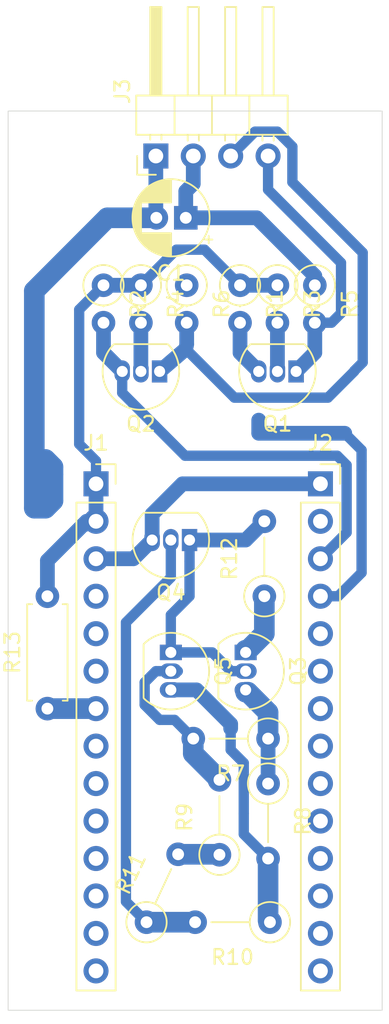
<source format=kicad_pcb>
(kicad_pcb (version 20171130) (host pcbnew "(5.1.5)-3")

  (general
    (thickness 1.6)
    (drawings 5)
    (tracks 125)
    (zones 0)
    (modules 22)
    (nets 36)
  )

  (page A4)
  (layers
    (0 F.Cu signal)
    (31 B.Cu signal)
    (32 B.Adhes user)
    (33 F.Adhes user)
    (34 B.Paste user)
    (35 F.Paste user)
    (36 B.SilkS user)
    (37 F.SilkS user)
    (38 B.Mask user)
    (39 F.Mask user)
    (40 Dwgs.User user)
    (41 Cmts.User user)
    (42 Eco1.User user)
    (43 Eco2.User user)
    (44 Edge.Cuts user)
    (45 Margin user)
    (46 B.CrtYd user)
    (47 F.CrtYd user)
    (48 B.Fab user)
    (49 F.Fab user)
  )

  (setup
    (last_trace_width 1.4)
    (user_trace_width 0.7)
    (user_trace_width 0.8)
    (user_trace_width 0.9)
    (user_trace_width 1)
    (user_trace_width 1.4)
    (trace_clearance 0.2)
    (zone_clearance 0.508)
    (zone_45_only no)
    (trace_min 0.2)
    (via_size 0.8)
    (via_drill 0.4)
    (via_min_size 0.4)
    (via_min_drill 0.3)
    (uvia_size 0.3)
    (uvia_drill 0.1)
    (uvias_allowed no)
    (uvia_min_size 0.2)
    (uvia_min_drill 0.1)
    (edge_width 0.05)
    (segment_width 0.2)
    (pcb_text_width 0.3)
    (pcb_text_size 1.5 1.5)
    (mod_edge_width 0.12)
    (mod_text_size 1 1)
    (mod_text_width 0.15)
    (pad_size 1.524 1.524)
    (pad_drill 0.762)
    (pad_to_mask_clearance 0.051)
    (solder_mask_min_width 0.25)
    (aux_axis_origin 0 0)
    (visible_elements 7FFFFFFF)
    (pcbplotparams
      (layerselection 0x01000_fffffffe)
      (usegerberextensions false)
      (usegerberattributes false)
      (usegerberadvancedattributes false)
      (creategerberjobfile false)
      (excludeedgelayer true)
      (linewidth 0.100000)
      (plotframeref false)
      (viasonmask false)
      (mode 1)
      (useauxorigin false)
      (hpglpennumber 1)
      (hpglpenspeed 20)
      (hpglpendiameter 15.000000)
      (psnegative false)
      (psa4output false)
      (plotreference true)
      (plotvalue true)
      (plotinvisibletext false)
      (padsonsilk false)
      (subtractmaskfromsilk false)
      (outputformat 1)
      (mirror false)
      (drillshape 0)
      (scaleselection 1)
      (outputdirectory "../Gerber/BME680/"))
  )

  (net 0 "")
  (net 1 Earth)
  (net 2 +5V)
  (net 3 "Net-(J1-Pad14)")
  (net 4 "Net-(J1-Pad13)")
  (net 5 "Net-(J1-Pad12)")
  (net 6 "Net-(J1-Pad11)")
  (net 7 "Net-(J1-Pad10)")
  (net 8 "Net-(J1-Pad9)")
  (net 9 "Net-(J1-Pad8)")
  (net 10 "Net-(J1-Pad7)")
  (net 11 "Net-(J1-Pad6)")
  (net 12 "Net-(J1-Pad5)")
  (net 13 "Net-(J1-Pad4)")
  (net 14 /2.5V)
  (net 15 "Net-(J2-Pad14)")
  (net 16 "Net-(J2-Pad13)")
  (net 17 "Net-(J2-Pad12)")
  (net 18 "Net-(J2-Pad11)")
  (net 19 "Net-(J2-Pad10)")
  (net 20 "Net-(J2-Pad9)")
  (net 21 "Net-(J2-Pad8)")
  (net 22 "Net-(J2-Pad7)")
  (net 23 "Net-(J2-Pad6)")
  (net 24 "Net-(J2-Pad5)")
  (net 25 /SCL)
  (net 26 /SDA)
  (net 27 "Net-(J2-Pad2)")
  (net 28 /SCL_out)
  (net 29 /SDA_out)
  (net 30 "Net-(Q1-Pad2)")
  (net 31 "Net-(Q2-Pad2)")
  (net 32 "Net-(Q3-Pad2)")
  (net 33 "Net-(Q4-Pad2)")
  (net 34 "Net-(Q5-Pad2)")
  (net 35 "Net-(Q3-Pad1)")

  (net_class Default "This is the default net class."
    (clearance 0.2)
    (trace_width 0.25)
    (via_dia 0.8)
    (via_drill 0.4)
    (uvia_dia 0.3)
    (uvia_drill 0.1)
    (add_net +5V)
    (add_net /2.5V)
    (add_net /SCL)
    (add_net /SCL_out)
    (add_net /SDA)
    (add_net /SDA_out)
    (add_net Earth)
    (add_net "Net-(J1-Pad10)")
    (add_net "Net-(J1-Pad11)")
    (add_net "Net-(J1-Pad12)")
    (add_net "Net-(J1-Pad13)")
    (add_net "Net-(J1-Pad14)")
    (add_net "Net-(J1-Pad4)")
    (add_net "Net-(J1-Pad5)")
    (add_net "Net-(J1-Pad6)")
    (add_net "Net-(J1-Pad7)")
    (add_net "Net-(J1-Pad8)")
    (add_net "Net-(J1-Pad9)")
    (add_net "Net-(J2-Pad10)")
    (add_net "Net-(J2-Pad11)")
    (add_net "Net-(J2-Pad12)")
    (add_net "Net-(J2-Pad13)")
    (add_net "Net-(J2-Pad14)")
    (add_net "Net-(J2-Pad2)")
    (add_net "Net-(J2-Pad5)")
    (add_net "Net-(J2-Pad6)")
    (add_net "Net-(J2-Pad7)")
    (add_net "Net-(J2-Pad8)")
    (add_net "Net-(J2-Pad9)")
    (add_net "Net-(Q1-Pad2)")
    (add_net "Net-(Q2-Pad2)")
    (add_net "Net-(Q3-Pad1)")
    (add_net "Net-(Q3-Pad2)")
    (add_net "Net-(Q4-Pad2)")
    (add_net "Net-(Q5-Pad2)")
  )

  (module Resistor_THT:R_Axial_DIN0207_L6.3mm_D2.5mm_P2.54mm_Vertical (layer F.Cu) (tedit 5AE5139B) (tstamp 5E9ADB2D)
    (at 146.747225 85.471 270)
    (descr "Resistor, Axial_DIN0207 series, Axial, Vertical, pin pitch=2.54mm, 0.25W = 1/4W, length*diameter=6.3*2.5mm^2, http://cdn-reichelt.de/documents/datenblatt/B400/1_4W%23YAG.pdf")
    (tags "Resistor Axial_DIN0207 series Axial Vertical pin pitch 2.54mm 0.25W = 1/4W length 6.3mm diameter 2.5mm")
    (path /5E9A4F81)
    (fp_text reference R6 (at 1.27 -2.37 90) (layer F.SilkS)
      (effects (font (size 1 1) (thickness 0.15)))
    )
    (fp_text value R_US (at 1.27 2.37 90) (layer F.Fab)
      (effects (font (size 1 1) (thickness 0.15)))
    )
    (fp_text user %R (at 1.27 -2.37 90) (layer F.Fab)
      (effects (font (size 1 1) (thickness 0.15)))
    )
    (fp_line (start 3.59 -1.5) (end -1.5 -1.5) (layer F.CrtYd) (width 0.05))
    (fp_line (start 3.59 1.5) (end 3.59 -1.5) (layer F.CrtYd) (width 0.05))
    (fp_line (start -1.5 1.5) (end 3.59 1.5) (layer F.CrtYd) (width 0.05))
    (fp_line (start -1.5 -1.5) (end -1.5 1.5) (layer F.CrtYd) (width 0.05))
    (fp_line (start 1.37 0) (end 1.44 0) (layer F.SilkS) (width 0.12))
    (fp_line (start 0 0) (end 2.54 0) (layer F.Fab) (width 0.1))
    (fp_circle (center 0 0) (end 1.37 0) (layer F.SilkS) (width 0.12))
    (fp_circle (center 0 0) (end 1.25 0) (layer F.Fab) (width 0.1))
    (pad 2 thru_hole oval (at 2.54 0 270) (size 1.6 1.6) (drill 0.8) (layers *.Cu *.Mask)
      (net 29 /SDA_out))
    (pad 1 thru_hole circle (at 0 0 270) (size 1.6 1.6) (drill 0.8) (layers *.Cu *.Mask)
      (net 2 +5V))
    (model ${KISYS3DMOD}/Resistor_THT.3dshapes/R_Axial_DIN0207_L6.3mm_D2.5mm_P2.54mm_Vertical.wrl
      (at (xyz 0 0 0))
      (scale (xyz 1 1 1))
      (rotate (xyz 0 0 0))
    )
  )

  (module Resistor_THT:R_Axial_DIN0207_L6.3mm_D2.5mm_P2.54mm_Vertical (layer F.Cu) (tedit 5AE5139B) (tstamp 5E9ADC35)
    (at 155.448 85.471 270)
    (descr "Resistor, Axial_DIN0207 series, Axial, Vertical, pin pitch=2.54mm, 0.25W = 1/4W, length*diameter=6.3*2.5mm^2, http://cdn-reichelt.de/documents/datenblatt/B400/1_4W%23YAG.pdf")
    (tags "Resistor Axial_DIN0207 series Axial Vertical pin pitch 2.54mm 0.25W = 1/4W length 6.3mm diameter 2.5mm")
    (path /5E962176)
    (fp_text reference R5 (at 1.27 -2.37 90) (layer F.SilkS)
      (effects (font (size 1 1) (thickness 0.15)))
    )
    (fp_text value R_US (at 1.27 2.37 90) (layer F.Fab)
      (effects (font (size 1 1) (thickness 0.15)))
    )
    (fp_text user %R (at 1.27 -2.37 90) (layer F.Fab)
      (effects (font (size 1 1) (thickness 0.15)))
    )
    (fp_line (start 3.59 -1.5) (end -1.5 -1.5) (layer F.CrtYd) (width 0.05))
    (fp_line (start 3.59 1.5) (end 3.59 -1.5) (layer F.CrtYd) (width 0.05))
    (fp_line (start -1.5 1.5) (end 3.59 1.5) (layer F.CrtYd) (width 0.05))
    (fp_line (start -1.5 -1.5) (end -1.5 1.5) (layer F.CrtYd) (width 0.05))
    (fp_line (start 1.37 0) (end 1.44 0) (layer F.SilkS) (width 0.12))
    (fp_line (start 0 0) (end 2.54 0) (layer F.Fab) (width 0.1))
    (fp_circle (center 0 0) (end 1.37 0) (layer F.SilkS) (width 0.12))
    (fp_circle (center 0 0) (end 1.25 0) (layer F.Fab) (width 0.1))
    (pad 2 thru_hole oval (at 2.54 0 270) (size 1.6 1.6) (drill 0.8) (layers *.Cu *.Mask)
      (net 28 /SCL_out))
    (pad 1 thru_hole circle (at 0 0 270) (size 1.6 1.6) (drill 0.8) (layers *.Cu *.Mask)
      (net 2 +5V))
    (model ${KISYS3DMOD}/Resistor_THT.3dshapes/R_Axial_DIN0207_L6.3mm_D2.5mm_P2.54mm_Vertical.wrl
      (at (xyz 0 0 0))
      (scale (xyz 1 1 1))
      (rotate (xyz 0 0 0))
    )
  )

  (module Resistor_THT:R_Axial_DIN0207_L6.3mm_D2.5mm_P2.54mm_Vertical (layer F.Cu) (tedit 5AE5139B) (tstamp 5E9ADBF3)
    (at 143.637 85.471 270)
    (descr "Resistor, Axial_DIN0207 series, Axial, Vertical, pin pitch=2.54mm, 0.25W = 1/4W, length*diameter=6.3*2.5mm^2, http://cdn-reichelt.de/documents/datenblatt/B400/1_4W%23YAG.pdf")
    (tags "Resistor Axial_DIN0207 series Axial Vertical pin pitch 2.54mm 0.25W = 1/4W length 6.3mm diameter 2.5mm")
    (path /5E9A4F7B)
    (fp_text reference R4 (at 1.27 -2.37 90) (layer F.SilkS)
      (effects (font (size 1 1) (thickness 0.15)))
    )
    (fp_text value R_US (at 1.27 2.37 90) (layer F.Fab)
      (effects (font (size 1 1) (thickness 0.15)))
    )
    (fp_text user %R (at 1.27 -2.37 90) (layer F.Fab)
      (effects (font (size 1 1) (thickness 0.15)))
    )
    (fp_line (start 3.59 -1.5) (end -1.5 -1.5) (layer F.CrtYd) (width 0.05))
    (fp_line (start 3.59 1.5) (end 3.59 -1.5) (layer F.CrtYd) (width 0.05))
    (fp_line (start -1.5 1.5) (end 3.59 1.5) (layer F.CrtYd) (width 0.05))
    (fp_line (start -1.5 -1.5) (end -1.5 1.5) (layer F.CrtYd) (width 0.05))
    (fp_line (start 1.37 0) (end 1.44 0) (layer F.SilkS) (width 0.12))
    (fp_line (start 0 0) (end 2.54 0) (layer F.Fab) (width 0.1))
    (fp_circle (center 0 0) (end 1.37 0) (layer F.SilkS) (width 0.12))
    (fp_circle (center 0 0) (end 1.25 0) (layer F.Fab) (width 0.1))
    (pad 2 thru_hole oval (at 2.54 0 270) (size 1.6 1.6) (drill 0.8) (layers *.Cu *.Mask)
      (net 31 "Net-(Q2-Pad2)"))
    (pad 1 thru_hole circle (at 0 0 270) (size 1.6 1.6) (drill 0.8) (layers *.Cu *.Mask)
      (net 14 /2.5V))
    (model ${KISYS3DMOD}/Resistor_THT.3dshapes/R_Axial_DIN0207_L6.3mm_D2.5mm_P2.54mm_Vertical.wrl
      (at (xyz 0 0 0))
      (scale (xyz 1 1 1))
      (rotate (xyz 0 0 0))
    )
  )

  (module Resistor_THT:R_Axial_DIN0207_L6.3mm_D2.5mm_P2.54mm_Vertical (layer F.Cu) (tedit 5AE5139B) (tstamp 5E9ABB45)
    (at 152.908 85.471 270)
    (descr "Resistor, Axial_DIN0207 series, Axial, Vertical, pin pitch=2.54mm, 0.25W = 1/4W, length*diameter=6.3*2.5mm^2, http://cdn-reichelt.de/documents/datenblatt/B400/1_4W%23YAG.pdf")
    (tags "Resistor Axial_DIN0207 series Axial Vertical pin pitch 2.54mm 0.25W = 1/4W length 6.3mm diameter 2.5mm")
    (path /5E96170F)
    (fp_text reference R3 (at 1.27 -2.37 90) (layer F.SilkS)
      (effects (font (size 1 1) (thickness 0.15)))
    )
    (fp_text value R_US (at 1.27 2.37 90) (layer F.Fab)
      (effects (font (size 1 1) (thickness 0.15)))
    )
    (fp_text user %R (at 1.27 -2.37 90) (layer F.Fab)
      (effects (font (size 1 1) (thickness 0.15)))
    )
    (fp_line (start 3.59 -1.5) (end -1.5 -1.5) (layer F.CrtYd) (width 0.05))
    (fp_line (start 3.59 1.5) (end 3.59 -1.5) (layer F.CrtYd) (width 0.05))
    (fp_line (start -1.5 1.5) (end 3.59 1.5) (layer F.CrtYd) (width 0.05))
    (fp_line (start -1.5 -1.5) (end -1.5 1.5) (layer F.CrtYd) (width 0.05))
    (fp_line (start 1.37 0) (end 1.44 0) (layer F.SilkS) (width 0.12))
    (fp_line (start 0 0) (end 2.54 0) (layer F.Fab) (width 0.1))
    (fp_circle (center 0 0) (end 1.37 0) (layer F.SilkS) (width 0.12))
    (fp_circle (center 0 0) (end 1.25 0) (layer F.Fab) (width 0.1))
    (pad 2 thru_hole oval (at 2.54 0 270) (size 1.6 1.6) (drill 0.8) (layers *.Cu *.Mask)
      (net 30 "Net-(Q1-Pad2)"))
    (pad 1 thru_hole circle (at 0 0 270) (size 1.6 1.6) (drill 0.8) (layers *.Cu *.Mask)
      (net 14 /2.5V))
    (model ${KISYS3DMOD}/Resistor_THT.3dshapes/R_Axial_DIN0207_L6.3mm_D2.5mm_P2.54mm_Vertical.wrl
      (at (xyz 0 0 0))
      (scale (xyz 1 1 1))
      (rotate (xyz 0 0 0))
    )
  )

  (module Resistor_THT:R_Axial_DIN0207_L6.3mm_D2.5mm_P2.54mm_Vertical (layer F.Cu) (tedit 5AE5139B) (tstamp 5E9ADA01)
    (at 141.097 85.471 270)
    (descr "Resistor, Axial_DIN0207 series, Axial, Vertical, pin pitch=2.54mm, 0.25W = 1/4W, length*diameter=6.3*2.5mm^2, http://cdn-reichelt.de/documents/datenblatt/B400/1_4W%23YAG.pdf")
    (tags "Resistor Axial_DIN0207 series Axial Vertical pin pitch 2.54mm 0.25W = 1/4W length 6.3mm diameter 2.5mm")
    (path /5E9A4F75)
    (fp_text reference R2 (at 1.27 -2.37 90) (layer F.SilkS)
      (effects (font (size 1 1) (thickness 0.15)))
    )
    (fp_text value R_US (at 1.27 2.37 90) (layer F.Fab)
      (effects (font (size 1 1) (thickness 0.15)))
    )
    (fp_text user %R (at 1.27 -2.37 90) (layer F.Fab)
      (effects (font (size 1 1) (thickness 0.15)))
    )
    (fp_line (start 3.59 -1.5) (end -1.5 -1.5) (layer F.CrtYd) (width 0.05))
    (fp_line (start 3.59 1.5) (end 3.59 -1.5) (layer F.CrtYd) (width 0.05))
    (fp_line (start -1.5 1.5) (end 3.59 1.5) (layer F.CrtYd) (width 0.05))
    (fp_line (start -1.5 -1.5) (end -1.5 1.5) (layer F.CrtYd) (width 0.05))
    (fp_line (start 1.37 0) (end 1.44 0) (layer F.SilkS) (width 0.12))
    (fp_line (start 0 0) (end 2.54 0) (layer F.Fab) (width 0.1))
    (fp_circle (center 0 0) (end 1.37 0) (layer F.SilkS) (width 0.12))
    (fp_circle (center 0 0) (end 1.25 0) (layer F.Fab) (width 0.1))
    (pad 2 thru_hole oval (at 2.54 0 270) (size 1.6 1.6) (drill 0.8) (layers *.Cu *.Mask)
      (net 26 /SDA))
    (pad 1 thru_hole circle (at 0 0 270) (size 1.6 1.6) (drill 0.8) (layers *.Cu *.Mask)
      (net 14 /2.5V))
    (model ${KISYS3DMOD}/Resistor_THT.3dshapes/R_Axial_DIN0207_L6.3mm_D2.5mm_P2.54mm_Vertical.wrl
      (at (xyz 0 0 0))
      (scale (xyz 1 1 1))
      (rotate (xyz 0 0 0))
    )
  )

  (module Resistor_THT:R_Axial_DIN0207_L6.3mm_D2.5mm_P2.54mm_Vertical (layer F.Cu) (tedit 5AE5139B) (tstamp 5E9ADA43)
    (at 150.368 85.471 270)
    (descr "Resistor, Axial_DIN0207 series, Axial, Vertical, pin pitch=2.54mm, 0.25W = 1/4W, length*diameter=6.3*2.5mm^2, http://cdn-reichelt.de/documents/datenblatt/B400/1_4W%23YAG.pdf")
    (tags "Resistor Axial_DIN0207 series Axial Vertical pin pitch 2.54mm 0.25W = 1/4W length 6.3mm diameter 2.5mm")
    (path /5E95E1C6)
    (fp_text reference R1 (at 1.27 -2.37 90) (layer F.SilkS)
      (effects (font (size 1 1) (thickness 0.15)))
    )
    (fp_text value R_US (at 1.27 2.37 90) (layer F.Fab)
      (effects (font (size 1 1) (thickness 0.15)))
    )
    (fp_text user %R (at 1.27 -2.37 90) (layer F.Fab)
      (effects (font (size 1 1) (thickness 0.15)))
    )
    (fp_line (start 3.59 -1.5) (end -1.5 -1.5) (layer F.CrtYd) (width 0.05))
    (fp_line (start 3.59 1.5) (end 3.59 -1.5) (layer F.CrtYd) (width 0.05))
    (fp_line (start -1.5 1.5) (end 3.59 1.5) (layer F.CrtYd) (width 0.05))
    (fp_line (start -1.5 -1.5) (end -1.5 1.5) (layer F.CrtYd) (width 0.05))
    (fp_line (start 1.37 0) (end 1.44 0) (layer F.SilkS) (width 0.12))
    (fp_line (start 0 0) (end 2.54 0) (layer F.Fab) (width 0.1))
    (fp_circle (center 0 0) (end 1.37 0) (layer F.SilkS) (width 0.12))
    (fp_circle (center 0 0) (end 1.25 0) (layer F.Fab) (width 0.1))
    (pad 2 thru_hole oval (at 2.54 0 270) (size 1.6 1.6) (drill 0.8) (layers *.Cu *.Mask)
      (net 25 /SCL))
    (pad 1 thru_hole circle (at 0 0 270) (size 1.6 1.6) (drill 0.8) (layers *.Cu *.Mask)
      (net 14 /2.5V))
    (model ${KISYS3DMOD}/Resistor_THT.3dshapes/R_Axial_DIN0207_L6.3mm_D2.5mm_P2.54mm_Vertical.wrl
      (at (xyz 0 0 0))
      (scale (xyz 1 1 1))
      (rotate (xyz 0 0 0))
    )
  )

  (module Resistor_THT:R_Axial_DIN0207_L6.3mm_D2.5mm_P5.08mm_Vertical (layer F.Cu) (tedit 5AE5139B) (tstamp 5E9A90D8)
    (at 152.019 106.553 90)
    (descr "Resistor, Axial_DIN0207 series, Axial, Vertical, pin pitch=5.08mm, 0.25W = 1/4W, length*diameter=6.3*2.5mm^2, http://cdn-reichelt.de/documents/datenblatt/B400/1_4W%23YAG.pdf")
    (tags "Resistor Axial_DIN0207 series Axial Vertical pin pitch 5.08mm 0.25W = 1/4W length 6.3mm diameter 2.5mm")
    (path /5E9D66E0)
    (fp_text reference R12 (at 2.54 -2.37 90) (layer F.SilkS)
      (effects (font (size 1 1) (thickness 0.15)))
    )
    (fp_text value 4k7 (at 2.54 2.37 90) (layer F.Fab)
      (effects (font (size 1 1) (thickness 0.15)))
    )
    (fp_text user %R (at 2.54 -2.37 90) (layer F.Fab)
      (effects (font (size 1 1) (thickness 0.15)))
    )
    (fp_line (start 6.13 -1.5) (end -1.5 -1.5) (layer F.CrtYd) (width 0.05))
    (fp_line (start 6.13 1.5) (end 6.13 -1.5) (layer F.CrtYd) (width 0.05))
    (fp_line (start -1.5 1.5) (end 6.13 1.5) (layer F.CrtYd) (width 0.05))
    (fp_line (start -1.5 -1.5) (end -1.5 1.5) (layer F.CrtYd) (width 0.05))
    (fp_line (start 1.37 0) (end 3.98 0) (layer F.SilkS) (width 0.12))
    (fp_line (start 0 0) (end 5.08 0) (layer F.Fab) (width 0.1))
    (fp_circle (center 0 0) (end 1.37 0) (layer F.SilkS) (width 0.12))
    (fp_circle (center 0 0) (end 1.25 0) (layer F.Fab) (width 0.1))
    (pad 2 thru_hole oval (at 5.08 0 90) (size 1.6 1.6) (drill 0.8) (layers *.Cu *.Mask)
      (net 32 "Net-(Q3-Pad2)"))
    (pad 1 thru_hole circle (at 0 0 90) (size 1.6 1.6) (drill 0.8) (layers *.Cu *.Mask)
      (net 2 +5V))
    (model ${KISYS3DMOD}/Resistor_THT.3dshapes/R_Axial_DIN0207_L6.3mm_D2.5mm_P5.08mm_Vertical.wrl
      (at (xyz 0 0 0))
      (scale (xyz 1 1 1))
      (rotate (xyz 0 0 0))
    )
  )

  (module Resistor_THT:R_Axial_DIN0207_L6.3mm_D2.5mm_P5.08mm_Vertical (layer F.Cu) (tedit 5AE5139B) (tstamp 5EA6FADA)
    (at 144.018 128.651 65)
    (descr "Resistor, Axial_DIN0207 series, Axial, Vertical, pin pitch=5.08mm, 0.25W = 1/4W, length*diameter=6.3*2.5mm^2, http://cdn-reichelt.de/documents/datenblatt/B400/1_4W%23YAG.pdf")
    (tags "Resistor Axial_DIN0207 series Axial Vertical pin pitch 5.08mm 0.25W = 1/4W length 6.3mm diameter 2.5mm")
    (path /5E993FF6)
    (fp_text reference R11 (at 2.54 -2.37 65) (layer F.SilkS)
      (effects (font (size 1 1) (thickness 0.15)))
    )
    (fp_text value 10k (at 2.54 2.37 65) (layer F.Fab)
      (effects (font (size 1 1) (thickness 0.15)))
    )
    (fp_text user %R (at 2.54 -2.37 65) (layer F.Fab)
      (effects (font (size 1 1) (thickness 0.15)))
    )
    (fp_line (start 6.13 -1.5) (end -1.5 -1.5) (layer F.CrtYd) (width 0.05))
    (fp_line (start 6.13 1.5) (end 6.13 -1.5) (layer F.CrtYd) (width 0.05))
    (fp_line (start -1.5 1.5) (end 6.13 1.5) (layer F.CrtYd) (width 0.05))
    (fp_line (start -1.5 -1.5) (end -1.5 1.5) (layer F.CrtYd) (width 0.05))
    (fp_line (start 1.37 0) (end 3.98 0) (layer F.SilkS) (width 0.12))
    (fp_line (start 0 0) (end 5.08 0) (layer F.Fab) (width 0.1))
    (fp_circle (center 0 0) (end 1.37 0) (layer F.SilkS) (width 0.12))
    (fp_circle (center 0 0) (end 1.25 0) (layer F.Fab) (width 0.1))
    (pad 2 thru_hole oval (at 5.08 0 65) (size 1.6 1.6) (drill 0.8) (layers *.Cu *.Mask)
      (net 1 Earth))
    (pad 1 thru_hole circle (at 0 0 65) (size 1.6 1.6) (drill 0.8) (layers *.Cu *.Mask)
      (net 33 "Net-(Q4-Pad2)"))
    (model ${KISYS3DMOD}/Resistor_THT.3dshapes/R_Axial_DIN0207_L6.3mm_D2.5mm_P5.08mm_Vertical.wrl
      (at (xyz 0 0 0))
      (scale (xyz 1 1 1))
      (rotate (xyz 0 0 0))
    )
  )

  (module Resistor_THT:R_Axial_DIN0207_L6.3mm_D2.5mm_P5.08mm_Vertical (layer F.Cu) (tedit 5AE5139B) (tstamp 5E9ADC77)
    (at 152.4 128.651 180)
    (descr "Resistor, Axial_DIN0207 series, Axial, Vertical, pin pitch=5.08mm, 0.25W = 1/4W, length*diameter=6.3*2.5mm^2, http://cdn-reichelt.de/documents/datenblatt/B400/1_4W%23YAG.pdf")
    (tags "Resistor Axial_DIN0207 series Axial Vertical pin pitch 5.08mm 0.25W = 1/4W length 6.3mm diameter 2.5mm")
    (path /5E992D8D)
    (fp_text reference R10 (at 2.54 -2.37) (layer F.SilkS)
      (effects (font (size 1 1) (thickness 0.15)))
    )
    (fp_text value 30k (at 2.54 2.37) (layer F.Fab)
      (effects (font (size 1 1) (thickness 0.15)))
    )
    (fp_text user %R (at 2.54 -2.37) (layer F.Fab)
      (effects (font (size 1 1) (thickness 0.15)))
    )
    (fp_line (start 6.13 -1.5) (end -1.5 -1.5) (layer F.CrtYd) (width 0.05))
    (fp_line (start 6.13 1.5) (end 6.13 -1.5) (layer F.CrtYd) (width 0.05))
    (fp_line (start -1.5 1.5) (end 6.13 1.5) (layer F.CrtYd) (width 0.05))
    (fp_line (start -1.5 -1.5) (end -1.5 1.5) (layer F.CrtYd) (width 0.05))
    (fp_line (start 1.37 0) (end 3.98 0) (layer F.SilkS) (width 0.12))
    (fp_line (start 0 0) (end 5.08 0) (layer F.Fab) (width 0.1))
    (fp_circle (center 0 0) (end 1.37 0) (layer F.SilkS) (width 0.12))
    (fp_circle (center 0 0) (end 1.25 0) (layer F.Fab) (width 0.1))
    (pad 2 thru_hole oval (at 5.08 0 180) (size 1.6 1.6) (drill 0.8) (layers *.Cu *.Mask)
      (net 33 "Net-(Q4-Pad2)"))
    (pad 1 thru_hole circle (at 0 0 180) (size 1.6 1.6) (drill 0.8) (layers *.Cu *.Mask)
      (net 14 /2.5V))
    (model ${KISYS3DMOD}/Resistor_THT.3dshapes/R_Axial_DIN0207_L6.3mm_D2.5mm_P5.08mm_Vertical.wrl
      (at (xyz 0 0 0))
      (scale (xyz 1 1 1))
      (rotate (xyz 0 0 0))
    )
  )

  (module Resistor_THT:R_Axial_DIN0207_L6.3mm_D2.5mm_P5.08mm_Vertical (layer F.Cu) (tedit 5AE5139B) (tstamp 5EA6F87E)
    (at 148.971 124.079 90)
    (descr "Resistor, Axial_DIN0207 series, Axial, Vertical, pin pitch=5.08mm, 0.25W = 1/4W, length*diameter=6.3*2.5mm^2, http://cdn-reichelt.de/documents/datenblatt/B400/1_4W%23YAG.pdf")
    (tags "Resistor Axial_DIN0207 series Axial Vertical pin pitch 5.08mm 0.25W = 1/4W length 6.3mm diameter 2.5mm")
    (path /5E995578)
    (fp_text reference R9 (at 2.54 -2.37 90) (layer F.SilkS)
      (effects (font (size 1 1) (thickness 0.15)))
    )
    (fp_text value 47k (at 2.54 2.37 90) (layer F.Fab)
      (effects (font (size 1 1) (thickness 0.15)))
    )
    (fp_text user %R (at 2.54 -2.37 90) (layer F.Fab)
      (effects (font (size 1 1) (thickness 0.15)))
    )
    (fp_line (start 6.13 -1.5) (end -1.5 -1.5) (layer F.CrtYd) (width 0.05))
    (fp_line (start 6.13 1.5) (end 6.13 -1.5) (layer F.CrtYd) (width 0.05))
    (fp_line (start -1.5 1.5) (end 6.13 1.5) (layer F.CrtYd) (width 0.05))
    (fp_line (start -1.5 -1.5) (end -1.5 1.5) (layer F.CrtYd) (width 0.05))
    (fp_line (start 1.37 0) (end 3.98 0) (layer F.SilkS) (width 0.12))
    (fp_line (start 0 0) (end 5.08 0) (layer F.Fab) (width 0.1))
    (fp_circle (center 0 0) (end 1.37 0) (layer F.SilkS) (width 0.12))
    (fp_circle (center 0 0) (end 1.25 0) (layer F.Fab) (width 0.1))
    (pad 2 thru_hole oval (at 5.08 0 90) (size 1.6 1.6) (drill 0.8) (layers *.Cu *.Mask)
      (net 34 "Net-(Q5-Pad2)"))
    (pad 1 thru_hole circle (at 0 0 90) (size 1.6 1.6) (drill 0.8) (layers *.Cu *.Mask)
      (net 1 Earth))
    (model ${KISYS3DMOD}/Resistor_THT.3dshapes/R_Axial_DIN0207_L6.3mm_D2.5mm_P5.08mm_Vertical.wrl
      (at (xyz 0 0 0))
      (scale (xyz 1 1 1))
      (rotate (xyz 0 0 0))
    )
  )

  (module Resistor_THT:R_Axial_DIN0207_L6.3mm_D2.5mm_P5.08mm_Vertical (layer F.Cu) (tedit 5AE5139B) (tstamp 5E9ADBB1)
    (at 152.273 119.253 270)
    (descr "Resistor, Axial_DIN0207 series, Axial, Vertical, pin pitch=5.08mm, 0.25W = 1/4W, length*diameter=6.3*2.5mm^2, http://cdn-reichelt.de/documents/datenblatt/B400/1_4W%23YAG.pdf")
    (tags "Resistor Axial_DIN0207 series Axial Vertical pin pitch 5.08mm 0.25W = 1/4W length 6.3mm diameter 2.5mm")
    (path /5E99442C)
    (fp_text reference R8 (at 2.54 -2.37 90) (layer F.SilkS)
      (effects (font (size 1 1) (thickness 0.15)))
    )
    (fp_text value 22 (at 2.54 2.37 90) (layer F.Fab)
      (effects (font (size 1 1) (thickness 0.15)))
    )
    (fp_text user %R (at 2.54 -2.37 90) (layer F.Fab)
      (effects (font (size 1 1) (thickness 0.15)))
    )
    (fp_line (start 6.13 -1.5) (end -1.5 -1.5) (layer F.CrtYd) (width 0.05))
    (fp_line (start 6.13 1.5) (end 6.13 -1.5) (layer F.CrtYd) (width 0.05))
    (fp_line (start -1.5 1.5) (end 6.13 1.5) (layer F.CrtYd) (width 0.05))
    (fp_line (start -1.5 -1.5) (end -1.5 1.5) (layer F.CrtYd) (width 0.05))
    (fp_line (start 1.37 0) (end 3.98 0) (layer F.SilkS) (width 0.12))
    (fp_line (start 0 0) (end 5.08 0) (layer F.Fab) (width 0.1))
    (fp_circle (center 0 0) (end 1.37 0) (layer F.SilkS) (width 0.12))
    (fp_circle (center 0 0) (end 1.25 0) (layer F.Fab) (width 0.1))
    (pad 2 thru_hole oval (at 5.08 0 270) (size 1.6 1.6) (drill 0.8) (layers *.Cu *.Mask)
      (net 14 /2.5V))
    (pad 1 thru_hole circle (at 0 0 270) (size 1.6 1.6) (drill 0.8) (layers *.Cu *.Mask)
      (net 35 "Net-(Q3-Pad1)"))
    (model ${KISYS3DMOD}/Resistor_THT.3dshapes/R_Axial_DIN0207_L6.3mm_D2.5mm_P5.08mm_Vertical.wrl
      (at (xyz 0 0 0))
      (scale (xyz 1 1 1))
      (rotate (xyz 0 0 0))
    )
  )

  (module Resistor_THT:R_Axial_DIN0207_L6.3mm_D2.5mm_P5.08mm_Vertical (layer F.Cu) (tedit 5AE5139B) (tstamp 5E9ADCB9)
    (at 152.273 116.205 180)
    (descr "Resistor, Axial_DIN0207 series, Axial, Vertical, pin pitch=5.08mm, 0.25W = 1/4W, length*diameter=6.3*2.5mm^2, http://cdn-reichelt.de/documents/datenblatt/B400/1_4W%23YAG.pdf")
    (tags "Resistor Axial_DIN0207 series Axial Vertical pin pitch 5.08mm 0.25W = 1/4W length 6.3mm diameter 2.5mm")
    (path /5E9950AD)
    (fp_text reference R7 (at 2.54 -2.37) (layer F.SilkS)
      (effects (font (size 1 1) (thickness 0.15)))
    )
    (fp_text value 10k (at 2.54 2.37) (layer F.Fab)
      (effects (font (size 1 1) (thickness 0.15)))
    )
    (fp_text user %R (at 2.54 -2.37) (layer F.Fab)
      (effects (font (size 1 1) (thickness 0.15)))
    )
    (fp_line (start 6.13 -1.5) (end -1.5 -1.5) (layer F.CrtYd) (width 0.05))
    (fp_line (start 6.13 1.5) (end 6.13 -1.5) (layer F.CrtYd) (width 0.05))
    (fp_line (start -1.5 1.5) (end 6.13 1.5) (layer F.CrtYd) (width 0.05))
    (fp_line (start -1.5 -1.5) (end -1.5 1.5) (layer F.CrtYd) (width 0.05))
    (fp_line (start 1.37 0) (end 3.98 0) (layer F.SilkS) (width 0.12))
    (fp_line (start 0 0) (end 5.08 0) (layer F.Fab) (width 0.1))
    (fp_circle (center 0 0) (end 1.37 0) (layer F.SilkS) (width 0.12))
    (fp_circle (center 0 0) (end 1.25 0) (layer F.Fab) (width 0.1))
    (pad 2 thru_hole oval (at 5.08 0 180) (size 1.6 1.6) (drill 0.8) (layers *.Cu *.Mask)
      (net 34 "Net-(Q5-Pad2)"))
    (pad 1 thru_hole circle (at 0 0 180) (size 1.6 1.6) (drill 0.8) (layers *.Cu *.Mask)
      (net 35 "Net-(Q3-Pad1)"))
    (model ${KISYS3DMOD}/Resistor_THT.3dshapes/R_Axial_DIN0207_L6.3mm_D2.5mm_P5.08mm_Vertical.wrl
      (at (xyz 0 0 0))
      (scale (xyz 1 1 1))
      (rotate (xyz 0 0 0))
    )
  )

  (module Package_TO_SOT_THT:TO-92_Inline (layer F.Cu) (tedit 5E9A76D7) (tstamp 5E9ABACA)
    (at 144.907 91.313 180)
    (descr "TO-92 leads in-line, narrow, oval pads, drill 0.75mm (see NXP sot054_po.pdf)")
    (tags "to-92 sc-43 sc-43a sot54 PA33 transistor")
    (path /5E9A4F8D)
    (fp_text reference Q2 (at 1.27 -3.56) (layer F.SilkS)
      (effects (font (size 1 1) (thickness 0.15)))
    )
    (fp_text value BC547 (at 1.27 2.79) (layer F.Fab)
      (effects (font (size 1 1) (thickness 0.15)))
    )
    (fp_arc (start 1.27 0) (end 1.27 -2.6) (angle 135) (layer F.SilkS) (width 0.12))
    (fp_arc (start 1.27 0) (end 1.27 -2.48) (angle -135) (layer F.Fab) (width 0.1))
    (fp_arc (start 1.27 0) (end 1.27 -2.6) (angle -135) (layer F.SilkS) (width 0.12))
    (fp_arc (start 1.27 0) (end 1.27 -2.48) (angle 135) (layer F.Fab) (width 0.1))
    (fp_line (start 4 2.01) (end -1.46 2.01) (layer F.CrtYd) (width 0.05))
    (fp_line (start 4 2.01) (end 4 -2.73) (layer F.CrtYd) (width 0.05))
    (fp_line (start -1.46 -2.73) (end -1.46 2.01) (layer F.CrtYd) (width 0.05))
    (fp_line (start -1.46 -2.73) (end 4 -2.73) (layer F.CrtYd) (width 0.05))
    (fp_line (start -0.5 1.75) (end 3 1.75) (layer F.Fab) (width 0.1))
    (fp_line (start -0.53 1.85) (end 3.07 1.85) (layer F.SilkS) (width 0.12))
    (fp_text user %R (at 1.27 -3.56) (layer F.Fab)
      (effects (font (size 1 1) (thickness 0.15)))
    )
    (pad 3 thru_hole rect (at 0 0 180) (size 1.05 1.5) (drill 0.75) (layers *.Cu *.Mask)
      (net 29 /SDA_out))
    (pad 1 thru_hole oval (at 2.54 0 180) (size 1.05 1.5) (drill 0.75) (layers *.Cu *.Mask)
      (net 26 /SDA))
    (pad 2 thru_hole oval (at 1.27 0 180) (size 1.05 1.5) (drill 0.75) (layers *.Cu *.Mask)
      (net 31 "Net-(Q2-Pad2)"))
    (model ${KISYS3DMOD}/Package_TO_SOT_THT.3dshapes/TO-92_Inline.wrl
      (at (xyz 0 0 0))
      (scale (xyz 1 1 1))
      (rotate (xyz 0 0 0))
    )
  )

  (module Package_TO_SOT_THT:TO-92_Inline (layer F.Cu) (tedit 5E9A76C4) (tstamp 5E9ABAB8)
    (at 154.178 91.313 180)
    (descr "TO-92 leads in-line, narrow, oval pads, drill 0.75mm (see NXP sot054_po.pdf)")
    (tags "to-92 sc-43 sc-43a sot54 PA33 transistor")
    (path /5E969A5F)
    (fp_text reference Q1 (at 1.27 -3.56 180) (layer F.SilkS)
      (effects (font (size 1 1) (thickness 0.15)))
    )
    (fp_text value BC547 (at 1.27 2.79 180) (layer F.Fab)
      (effects (font (size 1 1) (thickness 0.15)))
    )
    (fp_arc (start 1.27 0) (end 1.27 -2.6) (angle 135) (layer F.SilkS) (width 0.12))
    (fp_arc (start 1.27 0) (end 1.27 -2.48) (angle -135) (layer F.Fab) (width 0.1))
    (fp_arc (start 1.27 0) (end 1.27 -2.6) (angle -135) (layer F.SilkS) (width 0.12))
    (fp_arc (start 1.27 0) (end 1.27 -2.48) (angle 135) (layer F.Fab) (width 0.1))
    (fp_line (start 4 2.01) (end -1.46 2.01) (layer F.CrtYd) (width 0.05))
    (fp_line (start 4 2.01) (end 4 -2.73) (layer F.CrtYd) (width 0.05))
    (fp_line (start -1.46 -2.73) (end -1.46 2.01) (layer F.CrtYd) (width 0.05))
    (fp_line (start -1.46 -2.73) (end 4 -2.73) (layer F.CrtYd) (width 0.05))
    (fp_line (start -0.5 1.75) (end 3 1.75) (layer F.Fab) (width 0.1))
    (fp_line (start -0.53 1.85) (end 3.07 1.85) (layer F.SilkS) (width 0.12))
    (fp_text user %R (at 1.27 -3.56 180) (layer F.Fab)
      (effects (font (size 1 1) (thickness 0.15)))
    )
    (pad 3 thru_hole rect (at 0 0 180) (size 1.05 1.5) (drill 0.75) (layers *.Cu *.Mask)
      (net 28 /SCL_out))
    (pad 1 thru_hole oval (at 2.54 0 180) (size 1.05 1.5) (drill 0.75) (layers *.Cu *.Mask)
      (net 25 /SCL))
    (pad 2 thru_hole oval (at 1.27 0 180) (size 1.05 1.5) (drill 0.75) (layers *.Cu *.Mask)
      (net 30 "Net-(Q1-Pad2)"))
    (model ${KISYS3DMOD}/Package_TO_SOT_THT.3dshapes/TO-92_Inline.wrl
      (at (xyz 0 0 0))
      (scale (xyz 1 1 1))
      (rotate (xyz 0 0 0))
    )
  )

  (module Package_TO_SOT_THT:TO-92_Inline (layer F.Cu) (tedit 5E9A7676) (tstamp 5E9ADA80)
    (at 145.669 110.363 270)
    (descr "TO-92 leads in-line, narrow, oval pads, drill 0.75mm (see NXP sot054_po.pdf)")
    (tags "to-92 sc-43 sc-43a sot54 PA33 transistor")
    (path /5E98CF55)
    (fp_text reference Q5 (at 1.27 -3.56 90) (layer F.SilkS)
      (effects (font (size 1 1) (thickness 0.15)))
    )
    (fp_text value BC547 (at 1.27 2.79 90) (layer F.Fab)
      (effects (font (size 1 1) (thickness 0.15)))
    )
    (fp_arc (start 1.27 0) (end 1.27 -2.6) (angle 135) (layer F.SilkS) (width 0.12))
    (fp_arc (start 1.27 0) (end 1.27 -2.48) (angle -135) (layer F.Fab) (width 0.1))
    (fp_arc (start 1.27 0) (end 1.27 -2.6) (angle -135) (layer F.SilkS) (width 0.12))
    (fp_arc (start 1.27 0) (end 1.27 -2.48) (angle 135) (layer F.Fab) (width 0.1))
    (fp_line (start 4 2.01) (end -1.46 2.01) (layer F.CrtYd) (width 0.05))
    (fp_line (start 4 2.01) (end 4 -2.73) (layer F.CrtYd) (width 0.05))
    (fp_line (start -1.46 -2.73) (end -1.46 2.01) (layer F.CrtYd) (width 0.05))
    (fp_line (start -1.46 -2.73) (end 4 -2.73) (layer F.CrtYd) (width 0.05))
    (fp_line (start -0.5 1.75) (end 3 1.75) (layer F.Fab) (width 0.1))
    (fp_line (start -0.53 1.85) (end 3.07 1.85) (layer F.SilkS) (width 0.12))
    (fp_text user %R (at 1.27 -3.56 90) (layer F.Fab)
      (effects (font (size 1 1) (thickness 0.15)))
    )
    (pad 3 thru_hole rect (at 0 0 270) (size 1.05 1.5) (drill 0.75) (layers *.Cu *.Mask)
      (net 32 "Net-(Q3-Pad2)"))
    (pad 1 thru_hole oval (at 2.54 0 270) (size 1.05 1.5) (drill 0.75) (layers *.Cu *.Mask)
      (net 14 /2.5V))
    (pad 2 thru_hole oval (at 1.27 0 270) (size 1.05 1.5) (drill 0.75) (layers *.Cu *.Mask)
      (net 34 "Net-(Q5-Pad2)"))
    (model ${KISYS3DMOD}/Package_TO_SOT_THT.3dshapes/TO-92_Inline.wrl
      (at (xyz 0 0 0))
      (scale (xyz 1 1 1))
      (rotate (xyz 0 0 0))
    )
  )

  (module Package_TO_SOT_THT:TO-92_Inline (layer F.Cu) (tedit 5E9A7660) (tstamp 5E9ACC19)
    (at 146.939 102.743 180)
    (descr "TO-92 leads in-line, narrow, oval pads, drill 0.75mm (see NXP sot054_po.pdf)")
    (tags "to-92 sc-43 sc-43a sot54 PA33 transistor")
    (path /5E98B3BA)
    (fp_text reference Q4 (at 1.27 -3.56) (layer F.SilkS)
      (effects (font (size 1 1) (thickness 0.15)))
    )
    (fp_text value BC547 (at 1.27 2.79) (layer F.Fab)
      (effects (font (size 1 1) (thickness 0.15)))
    )
    (fp_arc (start 1.27 0) (end 1.27 -2.6) (angle 135) (layer F.SilkS) (width 0.12))
    (fp_arc (start 1.27 0) (end 1.27 -2.48) (angle -135) (layer F.Fab) (width 0.1))
    (fp_arc (start 1.27 0) (end 1.27 -2.6) (angle -135) (layer F.SilkS) (width 0.12))
    (fp_arc (start 1.27 0) (end 1.27 -2.48) (angle 135) (layer F.Fab) (width 0.1))
    (fp_line (start 4 2.01) (end -1.46 2.01) (layer F.CrtYd) (width 0.05))
    (fp_line (start 4 2.01) (end 4 -2.73) (layer F.CrtYd) (width 0.05))
    (fp_line (start -1.46 -2.73) (end -1.46 2.01) (layer F.CrtYd) (width 0.05))
    (fp_line (start -1.46 -2.73) (end 4 -2.73) (layer F.CrtYd) (width 0.05))
    (fp_line (start -0.5 1.75) (end 3 1.75) (layer F.Fab) (width 0.1))
    (fp_line (start -0.53 1.85) (end 3.07 1.85) (layer F.SilkS) (width 0.12))
    (fp_text user %R (at 1.27 -3.56) (layer F.Fab)
      (effects (font (size 1 1) (thickness 0.15)))
    )
    (pad 3 thru_hole rect (at 0 0 180) (size 1.05 1.5) (drill 0.75) (layers *.Cu *.Mask)
      (net 32 "Net-(Q3-Pad2)"))
    (pad 1 thru_hole oval (at 2.54 0 180) (size 1.05 1.5) (drill 0.75) (layers *.Cu *.Mask)
      (net 1 Earth))
    (pad 2 thru_hole oval (at 1.27 0 180) (size 1.05 1.5) (drill 0.75) (layers *.Cu *.Mask)
      (net 33 "Net-(Q4-Pad2)"))
    (model ${KISYS3DMOD}/Package_TO_SOT_THT.3dshapes/TO-92_Inline.wrl
      (at (xyz 0 0 0))
      (scale (xyz 1 1 1))
      (rotate (xyz 0 0 0))
    )
  )

  (module Package_TO_SOT_THT:TO-92_Inline (layer F.Cu) (tedit 5E9A7388) (tstamp 5E9ADAB3)
    (at 150.749 110.363 270)
    (descr "TO-92 leads in-line, narrow, oval pads, drill 0.75mm (see NXP sot054_po.pdf)")
    (tags "to-92 sc-43 sc-43a sot54 PA33 transistor")
    (path /5E989D3A)
    (fp_text reference Q3 (at 1.27 -3.56 90) (layer F.SilkS)
      (effects (font (size 1 1) (thickness 0.15)))
    )
    (fp_text value BC547 (at 1.27 2.79 90) (layer F.Fab)
      (effects (font (size 1 1) (thickness 0.15)))
    )
    (fp_arc (start 1.27 0) (end 1.27 -2.6) (angle 135) (layer F.SilkS) (width 0.12))
    (fp_arc (start 1.27 0) (end 1.27 -2.48) (angle -135) (layer F.Fab) (width 0.1))
    (fp_arc (start 1.27 0) (end 1.27 -2.6) (angle -135) (layer F.SilkS) (width 0.12))
    (fp_arc (start 1.27 0) (end 1.27 -2.48) (angle 135) (layer F.Fab) (width 0.1))
    (fp_line (start 4 2.01) (end -1.46 2.01) (layer F.CrtYd) (width 0.05))
    (fp_line (start 4 2.01) (end 4 -2.73) (layer F.CrtYd) (width 0.05))
    (fp_line (start -1.46 -2.73) (end -1.46 2.01) (layer F.CrtYd) (width 0.05))
    (fp_line (start -1.46 -2.73) (end 4 -2.73) (layer F.CrtYd) (width 0.05))
    (fp_line (start -0.5 1.75) (end 3 1.75) (layer F.Fab) (width 0.1))
    (fp_line (start -0.53 1.85) (end 3.07 1.85) (layer F.SilkS) (width 0.12))
    (fp_text user %R (at 1.27 -3.56 90) (layer F.Fab)
      (effects (font (size 1 1) (thickness 0.15)))
    )
    (pad 3 thru_hole rect (at 0 0 270) (size 1.05 1.5) (drill 0.75) (layers *.Cu *.Mask)
      (net 2 +5V))
    (pad 1 thru_hole oval (at 2.54 0 270) (size 1.05 1.5) (drill 0.75) (layers *.Cu *.Mask)
      (net 35 "Net-(Q3-Pad1)"))
    (pad 2 thru_hole oval (at 1.27 0 270) (size 1.05 1.5) (drill 0.75) (layers *.Cu *.Mask)
      (net 32 "Net-(Q3-Pad2)"))
    (model ${KISYS3DMOD}/Package_TO_SOT_THT.3dshapes/TO-92_Inline.wrl
      (at (xyz 0 0 0))
      (scale (xyz 1 1 1))
      (rotate (xyz 0 0 0))
    )
  )

  (module Resistor_THT:R_Axial_DIN0207_L6.3mm_D2.5mm_P7.62mm_Horizontal (layer F.Cu) (tedit 5AE5139B) (tstamp 5E9ACD63)
    (at 137.287 114.173 90)
    (descr "Resistor, Axial_DIN0207 series, Axial, Horizontal, pin pitch=7.62mm, 0.25W = 1/4W, length*diameter=6.3*2.5mm^2, http://cdn-reichelt.de/documents/datenblatt/B400/1_4W%23YAG.pdf")
    (tags "Resistor Axial_DIN0207 series Axial Horizontal pin pitch 7.62mm 0.25W = 1/4W length 6.3mm diameter 2.5mm")
    (path /5E9EDE06)
    (fp_text reference R13 (at 3.81 -2.37 90) (layer F.SilkS)
      (effects (font (size 1 1) (thickness 0.15)))
    )
    (fp_text value 4k7 (at 3.81 2.37 90) (layer F.Fab)
      (effects (font (size 1 1) (thickness 0.15)))
    )
    (fp_text user %R (at 3.81 0 90) (layer F.Fab)
      (effects (font (size 1 1) (thickness 0.15)))
    )
    (fp_line (start 8.67 -1.5) (end -1.05 -1.5) (layer F.CrtYd) (width 0.05))
    (fp_line (start 8.67 1.5) (end 8.67 -1.5) (layer F.CrtYd) (width 0.05))
    (fp_line (start -1.05 1.5) (end 8.67 1.5) (layer F.CrtYd) (width 0.05))
    (fp_line (start -1.05 -1.5) (end -1.05 1.5) (layer F.CrtYd) (width 0.05))
    (fp_line (start 7.08 1.37) (end 7.08 1.04) (layer F.SilkS) (width 0.12))
    (fp_line (start 0.54 1.37) (end 7.08 1.37) (layer F.SilkS) (width 0.12))
    (fp_line (start 0.54 1.04) (end 0.54 1.37) (layer F.SilkS) (width 0.12))
    (fp_line (start 7.08 -1.37) (end 7.08 -1.04) (layer F.SilkS) (width 0.12))
    (fp_line (start 0.54 -1.37) (end 7.08 -1.37) (layer F.SilkS) (width 0.12))
    (fp_line (start 0.54 -1.04) (end 0.54 -1.37) (layer F.SilkS) (width 0.12))
    (fp_line (start 7.62 0) (end 6.96 0) (layer F.Fab) (width 0.1))
    (fp_line (start 0 0) (end 0.66 0) (layer F.Fab) (width 0.1))
    (fp_line (start 6.96 -1.25) (end 0.66 -1.25) (layer F.Fab) (width 0.1))
    (fp_line (start 6.96 1.25) (end 6.96 -1.25) (layer F.Fab) (width 0.1))
    (fp_line (start 0.66 1.25) (end 6.96 1.25) (layer F.Fab) (width 0.1))
    (fp_line (start 0.66 -1.25) (end 0.66 1.25) (layer F.Fab) (width 0.1))
    (pad 2 thru_hole oval (at 7.62 0 90) (size 1.6 1.6) (drill 0.8) (layers *.Cu *.Mask)
      (net 14 /2.5V))
    (pad 1 thru_hole circle (at 0 0 90) (size 1.6 1.6) (drill 0.8) (layers *.Cu *.Mask)
      (net 10 "Net-(J1-Pad7)"))
    (model ${KISYS3DMOD}/Resistor_THT.3dshapes/R_Axial_DIN0207_L6.3mm_D2.5mm_P7.62mm_Horizontal.wrl
      (at (xyz 0 0 0))
      (scale (xyz 1 1 1))
      (rotate (xyz 0 0 0))
    )
  )

  (module Connector_PinHeader_2.54mm:PinHeader_1x04_P2.54mm_Horizontal (layer F.Cu) (tedit 59FED5CB) (tstamp 5E9ABAA6)
    (at 144.653 76.708 90)
    (descr "Through hole angled pin header, 1x04, 2.54mm pitch, 6mm pin length, single row")
    (tags "Through hole angled pin header THT 1x04 2.54mm single row")
    (path /5E9D3D89)
    (fp_text reference J3 (at 4.385 -2.27 90) (layer F.SilkS)
      (effects (font (size 1 1) (thickness 0.15)))
    )
    (fp_text value Conn_01x04 (at 4.385 9.89 90) (layer F.Fab)
      (effects (font (size 1 1) (thickness 0.15)))
    )
    (fp_text user %R (at 2.77 3.81) (layer F.Fab)
      (effects (font (size 1 1) (thickness 0.15)))
    )
    (fp_line (start 10.55 -1.8) (end -1.8 -1.8) (layer F.CrtYd) (width 0.05))
    (fp_line (start 10.55 9.4) (end 10.55 -1.8) (layer F.CrtYd) (width 0.05))
    (fp_line (start -1.8 9.4) (end 10.55 9.4) (layer F.CrtYd) (width 0.05))
    (fp_line (start -1.8 -1.8) (end -1.8 9.4) (layer F.CrtYd) (width 0.05))
    (fp_line (start -1.27 -1.27) (end 0 -1.27) (layer F.SilkS) (width 0.12))
    (fp_line (start -1.27 0) (end -1.27 -1.27) (layer F.SilkS) (width 0.12))
    (fp_line (start 1.042929 8) (end 1.44 8) (layer F.SilkS) (width 0.12))
    (fp_line (start 1.042929 7.24) (end 1.44 7.24) (layer F.SilkS) (width 0.12))
    (fp_line (start 10.1 8) (end 4.1 8) (layer F.SilkS) (width 0.12))
    (fp_line (start 10.1 7.24) (end 10.1 8) (layer F.SilkS) (width 0.12))
    (fp_line (start 4.1 7.24) (end 10.1 7.24) (layer F.SilkS) (width 0.12))
    (fp_line (start 1.44 6.35) (end 4.1 6.35) (layer F.SilkS) (width 0.12))
    (fp_line (start 1.042929 5.46) (end 1.44 5.46) (layer F.SilkS) (width 0.12))
    (fp_line (start 1.042929 4.7) (end 1.44 4.7) (layer F.SilkS) (width 0.12))
    (fp_line (start 10.1 5.46) (end 4.1 5.46) (layer F.SilkS) (width 0.12))
    (fp_line (start 10.1 4.7) (end 10.1 5.46) (layer F.SilkS) (width 0.12))
    (fp_line (start 4.1 4.7) (end 10.1 4.7) (layer F.SilkS) (width 0.12))
    (fp_line (start 1.44 3.81) (end 4.1 3.81) (layer F.SilkS) (width 0.12))
    (fp_line (start 1.042929 2.92) (end 1.44 2.92) (layer F.SilkS) (width 0.12))
    (fp_line (start 1.042929 2.16) (end 1.44 2.16) (layer F.SilkS) (width 0.12))
    (fp_line (start 10.1 2.92) (end 4.1 2.92) (layer F.SilkS) (width 0.12))
    (fp_line (start 10.1 2.16) (end 10.1 2.92) (layer F.SilkS) (width 0.12))
    (fp_line (start 4.1 2.16) (end 10.1 2.16) (layer F.SilkS) (width 0.12))
    (fp_line (start 1.44 1.27) (end 4.1 1.27) (layer F.SilkS) (width 0.12))
    (fp_line (start 1.11 0.38) (end 1.44 0.38) (layer F.SilkS) (width 0.12))
    (fp_line (start 1.11 -0.38) (end 1.44 -0.38) (layer F.SilkS) (width 0.12))
    (fp_line (start 4.1 0.28) (end 10.1 0.28) (layer F.SilkS) (width 0.12))
    (fp_line (start 4.1 0.16) (end 10.1 0.16) (layer F.SilkS) (width 0.12))
    (fp_line (start 4.1 0.04) (end 10.1 0.04) (layer F.SilkS) (width 0.12))
    (fp_line (start 4.1 -0.08) (end 10.1 -0.08) (layer F.SilkS) (width 0.12))
    (fp_line (start 4.1 -0.2) (end 10.1 -0.2) (layer F.SilkS) (width 0.12))
    (fp_line (start 4.1 -0.32) (end 10.1 -0.32) (layer F.SilkS) (width 0.12))
    (fp_line (start 10.1 0.38) (end 4.1 0.38) (layer F.SilkS) (width 0.12))
    (fp_line (start 10.1 -0.38) (end 10.1 0.38) (layer F.SilkS) (width 0.12))
    (fp_line (start 4.1 -0.38) (end 10.1 -0.38) (layer F.SilkS) (width 0.12))
    (fp_line (start 4.1 -1.33) (end 1.44 -1.33) (layer F.SilkS) (width 0.12))
    (fp_line (start 4.1 8.95) (end 4.1 -1.33) (layer F.SilkS) (width 0.12))
    (fp_line (start 1.44 8.95) (end 4.1 8.95) (layer F.SilkS) (width 0.12))
    (fp_line (start 1.44 -1.33) (end 1.44 8.95) (layer F.SilkS) (width 0.12))
    (fp_line (start 4.04 7.94) (end 10.04 7.94) (layer F.Fab) (width 0.1))
    (fp_line (start 10.04 7.3) (end 10.04 7.94) (layer F.Fab) (width 0.1))
    (fp_line (start 4.04 7.3) (end 10.04 7.3) (layer F.Fab) (width 0.1))
    (fp_line (start -0.32 7.94) (end 1.5 7.94) (layer F.Fab) (width 0.1))
    (fp_line (start -0.32 7.3) (end -0.32 7.94) (layer F.Fab) (width 0.1))
    (fp_line (start -0.32 7.3) (end 1.5 7.3) (layer F.Fab) (width 0.1))
    (fp_line (start 4.04 5.4) (end 10.04 5.4) (layer F.Fab) (width 0.1))
    (fp_line (start 10.04 4.76) (end 10.04 5.4) (layer F.Fab) (width 0.1))
    (fp_line (start 4.04 4.76) (end 10.04 4.76) (layer F.Fab) (width 0.1))
    (fp_line (start -0.32 5.4) (end 1.5 5.4) (layer F.Fab) (width 0.1))
    (fp_line (start -0.32 4.76) (end -0.32 5.4) (layer F.Fab) (width 0.1))
    (fp_line (start -0.32 4.76) (end 1.5 4.76) (layer F.Fab) (width 0.1))
    (fp_line (start 4.04 2.86) (end 10.04 2.86) (layer F.Fab) (width 0.1))
    (fp_line (start 10.04 2.22) (end 10.04 2.86) (layer F.Fab) (width 0.1))
    (fp_line (start 4.04 2.22) (end 10.04 2.22) (layer F.Fab) (width 0.1))
    (fp_line (start -0.32 2.86) (end 1.5 2.86) (layer F.Fab) (width 0.1))
    (fp_line (start -0.32 2.22) (end -0.32 2.86) (layer F.Fab) (width 0.1))
    (fp_line (start -0.32 2.22) (end 1.5 2.22) (layer F.Fab) (width 0.1))
    (fp_line (start 4.04 0.32) (end 10.04 0.32) (layer F.Fab) (width 0.1))
    (fp_line (start 10.04 -0.32) (end 10.04 0.32) (layer F.Fab) (width 0.1))
    (fp_line (start 4.04 -0.32) (end 10.04 -0.32) (layer F.Fab) (width 0.1))
    (fp_line (start -0.32 0.32) (end 1.5 0.32) (layer F.Fab) (width 0.1))
    (fp_line (start -0.32 -0.32) (end -0.32 0.32) (layer F.Fab) (width 0.1))
    (fp_line (start -0.32 -0.32) (end 1.5 -0.32) (layer F.Fab) (width 0.1))
    (fp_line (start 1.5 -0.635) (end 2.135 -1.27) (layer F.Fab) (width 0.1))
    (fp_line (start 1.5 8.89) (end 1.5 -0.635) (layer F.Fab) (width 0.1))
    (fp_line (start 4.04 8.89) (end 1.5 8.89) (layer F.Fab) (width 0.1))
    (fp_line (start 4.04 -1.27) (end 4.04 8.89) (layer F.Fab) (width 0.1))
    (fp_line (start 2.135 -1.27) (end 4.04 -1.27) (layer F.Fab) (width 0.1))
    (pad 4 thru_hole oval (at 0 7.62 90) (size 1.7 1.7) (drill 1) (layers *.Cu *.Mask)
      (net 28 /SCL_out))
    (pad 3 thru_hole oval (at 0 5.08 90) (size 1.7 1.7) (drill 1) (layers *.Cu *.Mask)
      (net 29 /SDA_out))
    (pad 2 thru_hole oval (at 0 2.54 90) (size 1.7 1.7) (drill 1) (layers *.Cu *.Mask)
      (net 2 +5V))
    (pad 1 thru_hole rect (at 0 0 90) (size 1.7 1.7) (drill 1) (layers *.Cu *.Mask)
      (net 1 Earth))
    (model ${KISYS3DMOD}/Connector_PinHeader_2.54mm.3dshapes/PinHeader_1x04_P2.54mm_Horizontal.wrl
      (at (xyz 0 0 0))
      (scale (xyz 1 1 1))
      (rotate (xyz 0 0 0))
    )
  )

  (module Connector_PinSocket_2.54mm:PinSocket_1x14_P2.54mm_Vertical (layer F.Cu) (tedit 5A19A434) (tstamp 5E9ACB80)
    (at 155.829 98.933)
    (descr "Through hole straight socket strip, 1x14, 2.54mm pitch, single row (from Kicad 4.0.7), script generated")
    (tags "Through hole socket strip THT 1x14 2.54mm single row")
    (path /5E9AB453)
    (fp_text reference J2 (at 0 -2.77) (layer F.SilkS)
      (effects (font (size 1 1) (thickness 0.15)))
    )
    (fp_text value Conn_01x14 (at 0 35.79) (layer F.Fab)
      (effects (font (size 1 1) (thickness 0.15)))
    )
    (fp_text user %R (at 0 16.51 90) (layer F.Fab)
      (effects (font (size 1 1) (thickness 0.15)))
    )
    (fp_line (start -1.8 34.8) (end -1.8 -1.8) (layer F.CrtYd) (width 0.05))
    (fp_line (start 1.75 34.8) (end -1.8 34.8) (layer F.CrtYd) (width 0.05))
    (fp_line (start 1.75 -1.8) (end 1.75 34.8) (layer F.CrtYd) (width 0.05))
    (fp_line (start -1.8 -1.8) (end 1.75 -1.8) (layer F.CrtYd) (width 0.05))
    (fp_line (start 0 -1.33) (end 1.33 -1.33) (layer F.SilkS) (width 0.12))
    (fp_line (start 1.33 -1.33) (end 1.33 0) (layer F.SilkS) (width 0.12))
    (fp_line (start 1.33 1.27) (end 1.33 34.35) (layer F.SilkS) (width 0.12))
    (fp_line (start -1.33 34.35) (end 1.33 34.35) (layer F.SilkS) (width 0.12))
    (fp_line (start -1.33 1.27) (end -1.33 34.35) (layer F.SilkS) (width 0.12))
    (fp_line (start -1.33 1.27) (end 1.33 1.27) (layer F.SilkS) (width 0.12))
    (fp_line (start -1.27 34.29) (end -1.27 -1.27) (layer F.Fab) (width 0.1))
    (fp_line (start 1.27 34.29) (end -1.27 34.29) (layer F.Fab) (width 0.1))
    (fp_line (start 1.27 -0.635) (end 1.27 34.29) (layer F.Fab) (width 0.1))
    (fp_line (start 0.635 -1.27) (end 1.27 -0.635) (layer F.Fab) (width 0.1))
    (fp_line (start -1.27 -1.27) (end 0.635 -1.27) (layer F.Fab) (width 0.1))
    (pad 14 thru_hole oval (at 0 33.02) (size 1.7 1.7) (drill 1) (layers *.Cu *.Mask)
      (net 15 "Net-(J2-Pad14)"))
    (pad 13 thru_hole oval (at 0 30.48) (size 1.7 1.7) (drill 1) (layers *.Cu *.Mask)
      (net 16 "Net-(J2-Pad13)"))
    (pad 12 thru_hole oval (at 0 27.94) (size 1.7 1.7) (drill 1) (layers *.Cu *.Mask)
      (net 17 "Net-(J2-Pad12)"))
    (pad 11 thru_hole oval (at 0 25.4) (size 1.7 1.7) (drill 1) (layers *.Cu *.Mask)
      (net 18 "Net-(J2-Pad11)"))
    (pad 10 thru_hole oval (at 0 22.86) (size 1.7 1.7) (drill 1) (layers *.Cu *.Mask)
      (net 19 "Net-(J2-Pad10)"))
    (pad 9 thru_hole oval (at 0 20.32) (size 1.7 1.7) (drill 1) (layers *.Cu *.Mask)
      (net 20 "Net-(J2-Pad9)"))
    (pad 8 thru_hole oval (at 0 17.78) (size 1.7 1.7) (drill 1) (layers *.Cu *.Mask)
      (net 21 "Net-(J2-Pad8)"))
    (pad 7 thru_hole oval (at 0 15.24) (size 1.7 1.7) (drill 1) (layers *.Cu *.Mask)
      (net 22 "Net-(J2-Pad7)"))
    (pad 6 thru_hole oval (at 0 12.7) (size 1.7 1.7) (drill 1) (layers *.Cu *.Mask)
      (net 23 "Net-(J2-Pad6)"))
    (pad 5 thru_hole oval (at 0 10.16) (size 1.7 1.7) (drill 1) (layers *.Cu *.Mask)
      (net 24 "Net-(J2-Pad5)"))
    (pad 4 thru_hole oval (at 0 7.62) (size 1.7 1.7) (drill 1) (layers *.Cu *.Mask)
      (net 25 /SCL))
    (pad 3 thru_hole oval (at 0 5.08) (size 1.7 1.7) (drill 1) (layers *.Cu *.Mask)
      (net 26 /SDA))
    (pad 2 thru_hole oval (at 0 2.54) (size 1.7 1.7) (drill 1) (layers *.Cu *.Mask)
      (net 27 "Net-(J2-Pad2)"))
    (pad 1 thru_hole rect (at 0 0) (size 1.7 1.7) (drill 1) (layers *.Cu *.Mask)
      (net 1 Earth))
    (model ${KISYS3DMOD}/Connector_PinSocket_2.54mm.3dshapes/PinSocket_1x14_P2.54mm_Vertical.wrl
      (at (xyz 0 0 0))
      (scale (xyz 1 1 1))
      (rotate (xyz 0 0 0))
    )
  )

  (module Connector_PinSocket_2.54mm:PinSocket_1x14_P2.54mm_Vertical (layer F.Cu) (tedit 5A19A434) (tstamp 5E9ACA55)
    (at 140.589 98.933)
    (descr "Through hole straight socket strip, 1x14, 2.54mm pitch, single row (from Kicad 4.0.7), script generated")
    (tags "Through hole socket strip THT 1x14 2.54mm single row")
    (path /5E9A7830)
    (fp_text reference J1 (at 0 -2.77) (layer F.SilkS)
      (effects (font (size 1 1) (thickness 0.15)))
    )
    (fp_text value Conn_01x14 (at 0 35.79) (layer F.Fab)
      (effects (font (size 1 1) (thickness 0.15)))
    )
    (fp_text user %R (at 0 16.51 90) (layer F.Fab)
      (effects (font (size 1 1) (thickness 0.15)))
    )
    (fp_line (start -1.8 34.8) (end -1.8 -1.8) (layer F.CrtYd) (width 0.05))
    (fp_line (start 1.75 34.8) (end -1.8 34.8) (layer F.CrtYd) (width 0.05))
    (fp_line (start 1.75 -1.8) (end 1.75 34.8) (layer F.CrtYd) (width 0.05))
    (fp_line (start -1.8 -1.8) (end 1.75 -1.8) (layer F.CrtYd) (width 0.05))
    (fp_line (start 0 -1.33) (end 1.33 -1.33) (layer F.SilkS) (width 0.12))
    (fp_line (start 1.33 -1.33) (end 1.33 0) (layer F.SilkS) (width 0.12))
    (fp_line (start 1.33 1.27) (end 1.33 34.35) (layer F.SilkS) (width 0.12))
    (fp_line (start -1.33 34.35) (end 1.33 34.35) (layer F.SilkS) (width 0.12))
    (fp_line (start -1.33 1.27) (end -1.33 34.35) (layer F.SilkS) (width 0.12))
    (fp_line (start -1.33 1.27) (end 1.33 1.27) (layer F.SilkS) (width 0.12))
    (fp_line (start -1.27 34.29) (end -1.27 -1.27) (layer F.Fab) (width 0.1))
    (fp_line (start 1.27 34.29) (end -1.27 34.29) (layer F.Fab) (width 0.1))
    (fp_line (start 1.27 -0.635) (end 1.27 34.29) (layer F.Fab) (width 0.1))
    (fp_line (start 0.635 -1.27) (end 1.27 -0.635) (layer F.Fab) (width 0.1))
    (fp_line (start -1.27 -1.27) (end 0.635 -1.27) (layer F.Fab) (width 0.1))
    (pad 14 thru_hole oval (at 0 33.02) (size 1.7 1.7) (drill 1) (layers *.Cu *.Mask)
      (net 3 "Net-(J1-Pad14)"))
    (pad 13 thru_hole oval (at 0 30.48) (size 1.7 1.7) (drill 1) (layers *.Cu *.Mask)
      (net 4 "Net-(J1-Pad13)"))
    (pad 12 thru_hole oval (at 0 27.94) (size 1.7 1.7) (drill 1) (layers *.Cu *.Mask)
      (net 5 "Net-(J1-Pad12)"))
    (pad 11 thru_hole oval (at 0 25.4) (size 1.7 1.7) (drill 1) (layers *.Cu *.Mask)
      (net 6 "Net-(J1-Pad11)"))
    (pad 10 thru_hole oval (at 0 22.86) (size 1.7 1.7) (drill 1) (layers *.Cu *.Mask)
      (net 7 "Net-(J1-Pad10)"))
    (pad 9 thru_hole oval (at 0 20.32) (size 1.7 1.7) (drill 1) (layers *.Cu *.Mask)
      (net 8 "Net-(J1-Pad9)"))
    (pad 8 thru_hole oval (at 0 17.78) (size 1.7 1.7) (drill 1) (layers *.Cu *.Mask)
      (net 9 "Net-(J1-Pad8)"))
    (pad 7 thru_hole oval (at 0 15.24) (size 1.7 1.7) (drill 1) (layers *.Cu *.Mask)
      (net 10 "Net-(J1-Pad7)"))
    (pad 6 thru_hole oval (at 0 12.7) (size 1.7 1.7) (drill 1) (layers *.Cu *.Mask)
      (net 11 "Net-(J1-Pad6)"))
    (pad 5 thru_hole oval (at 0 10.16) (size 1.7 1.7) (drill 1) (layers *.Cu *.Mask)
      (net 12 "Net-(J1-Pad5)"))
    (pad 4 thru_hole oval (at 0 7.62) (size 1.7 1.7) (drill 1) (layers *.Cu *.Mask)
      (net 13 "Net-(J1-Pad4)"))
    (pad 3 thru_hole oval (at 0 5.08) (size 1.7 1.7) (drill 1) (layers *.Cu *.Mask)
      (net 1 Earth))
    (pad 2 thru_hole oval (at 0 2.54) (size 1.7 1.7) (drill 1) (layers *.Cu *.Mask)
      (net 14 /2.5V))
    (pad 1 thru_hole rect (at 0 0) (size 1.7 1.7) (drill 1) (layers *.Cu *.Mask)
      (net 14 /2.5V))
    (model ${KISYS3DMOD}/Connector_PinSocket_2.54mm.3dshapes/PinSocket_1x14_P2.54mm_Vertical.wrl
      (at (xyz 0 0 0))
      (scale (xyz 1 1 1))
      (rotate (xyz 0 0 0))
    )
  )

  (module Capacitor_THT:CP_Radial_D5.0mm_P2.00mm (layer F.Cu) (tedit 5AE50EF0) (tstamp 5E9AD188)
    (at 146.685 80.899 180)
    (descr "CP, Radial series, Radial, pin pitch=2.00mm, , diameter=5mm, Electrolytic Capacitor")
    (tags "CP Radial series Radial pin pitch 2.00mm  diameter 5mm Electrolytic Capacitor")
    (path /5E9F4F54)
    (fp_text reference C1 (at 1 -3.75) (layer F.SilkS)
      (effects (font (size 1 1) (thickness 0.15)))
    )
    (fp_text value 10uF (at 1 3.75) (layer F.Fab)
      (effects (font (size 1 1) (thickness 0.15)))
    )
    (fp_text user %R (at 1 0) (layer F.Fab)
      (effects (font (size 1 1) (thickness 0.15)))
    )
    (fp_line (start -1.554775 -1.725) (end -1.554775 -1.225) (layer F.SilkS) (width 0.12))
    (fp_line (start -1.804775 -1.475) (end -1.304775 -1.475) (layer F.SilkS) (width 0.12))
    (fp_line (start 3.601 -0.284) (end 3.601 0.284) (layer F.SilkS) (width 0.12))
    (fp_line (start 3.561 -0.518) (end 3.561 0.518) (layer F.SilkS) (width 0.12))
    (fp_line (start 3.521 -0.677) (end 3.521 0.677) (layer F.SilkS) (width 0.12))
    (fp_line (start 3.481 -0.805) (end 3.481 0.805) (layer F.SilkS) (width 0.12))
    (fp_line (start 3.441 -0.915) (end 3.441 0.915) (layer F.SilkS) (width 0.12))
    (fp_line (start 3.401 -1.011) (end 3.401 1.011) (layer F.SilkS) (width 0.12))
    (fp_line (start 3.361 -1.098) (end 3.361 1.098) (layer F.SilkS) (width 0.12))
    (fp_line (start 3.321 -1.178) (end 3.321 1.178) (layer F.SilkS) (width 0.12))
    (fp_line (start 3.281 -1.251) (end 3.281 1.251) (layer F.SilkS) (width 0.12))
    (fp_line (start 3.241 -1.319) (end 3.241 1.319) (layer F.SilkS) (width 0.12))
    (fp_line (start 3.201 -1.383) (end 3.201 1.383) (layer F.SilkS) (width 0.12))
    (fp_line (start 3.161 -1.443) (end 3.161 1.443) (layer F.SilkS) (width 0.12))
    (fp_line (start 3.121 -1.5) (end 3.121 1.5) (layer F.SilkS) (width 0.12))
    (fp_line (start 3.081 -1.554) (end 3.081 1.554) (layer F.SilkS) (width 0.12))
    (fp_line (start 3.041 -1.605) (end 3.041 1.605) (layer F.SilkS) (width 0.12))
    (fp_line (start 3.001 1.04) (end 3.001 1.653) (layer F.SilkS) (width 0.12))
    (fp_line (start 3.001 -1.653) (end 3.001 -1.04) (layer F.SilkS) (width 0.12))
    (fp_line (start 2.961 1.04) (end 2.961 1.699) (layer F.SilkS) (width 0.12))
    (fp_line (start 2.961 -1.699) (end 2.961 -1.04) (layer F.SilkS) (width 0.12))
    (fp_line (start 2.921 1.04) (end 2.921 1.743) (layer F.SilkS) (width 0.12))
    (fp_line (start 2.921 -1.743) (end 2.921 -1.04) (layer F.SilkS) (width 0.12))
    (fp_line (start 2.881 1.04) (end 2.881 1.785) (layer F.SilkS) (width 0.12))
    (fp_line (start 2.881 -1.785) (end 2.881 -1.04) (layer F.SilkS) (width 0.12))
    (fp_line (start 2.841 1.04) (end 2.841 1.826) (layer F.SilkS) (width 0.12))
    (fp_line (start 2.841 -1.826) (end 2.841 -1.04) (layer F.SilkS) (width 0.12))
    (fp_line (start 2.801 1.04) (end 2.801 1.864) (layer F.SilkS) (width 0.12))
    (fp_line (start 2.801 -1.864) (end 2.801 -1.04) (layer F.SilkS) (width 0.12))
    (fp_line (start 2.761 1.04) (end 2.761 1.901) (layer F.SilkS) (width 0.12))
    (fp_line (start 2.761 -1.901) (end 2.761 -1.04) (layer F.SilkS) (width 0.12))
    (fp_line (start 2.721 1.04) (end 2.721 1.937) (layer F.SilkS) (width 0.12))
    (fp_line (start 2.721 -1.937) (end 2.721 -1.04) (layer F.SilkS) (width 0.12))
    (fp_line (start 2.681 1.04) (end 2.681 1.971) (layer F.SilkS) (width 0.12))
    (fp_line (start 2.681 -1.971) (end 2.681 -1.04) (layer F.SilkS) (width 0.12))
    (fp_line (start 2.641 1.04) (end 2.641 2.004) (layer F.SilkS) (width 0.12))
    (fp_line (start 2.641 -2.004) (end 2.641 -1.04) (layer F.SilkS) (width 0.12))
    (fp_line (start 2.601 1.04) (end 2.601 2.035) (layer F.SilkS) (width 0.12))
    (fp_line (start 2.601 -2.035) (end 2.601 -1.04) (layer F.SilkS) (width 0.12))
    (fp_line (start 2.561 1.04) (end 2.561 2.065) (layer F.SilkS) (width 0.12))
    (fp_line (start 2.561 -2.065) (end 2.561 -1.04) (layer F.SilkS) (width 0.12))
    (fp_line (start 2.521 1.04) (end 2.521 2.095) (layer F.SilkS) (width 0.12))
    (fp_line (start 2.521 -2.095) (end 2.521 -1.04) (layer F.SilkS) (width 0.12))
    (fp_line (start 2.481 1.04) (end 2.481 2.122) (layer F.SilkS) (width 0.12))
    (fp_line (start 2.481 -2.122) (end 2.481 -1.04) (layer F.SilkS) (width 0.12))
    (fp_line (start 2.441 1.04) (end 2.441 2.149) (layer F.SilkS) (width 0.12))
    (fp_line (start 2.441 -2.149) (end 2.441 -1.04) (layer F.SilkS) (width 0.12))
    (fp_line (start 2.401 1.04) (end 2.401 2.175) (layer F.SilkS) (width 0.12))
    (fp_line (start 2.401 -2.175) (end 2.401 -1.04) (layer F.SilkS) (width 0.12))
    (fp_line (start 2.361 1.04) (end 2.361 2.2) (layer F.SilkS) (width 0.12))
    (fp_line (start 2.361 -2.2) (end 2.361 -1.04) (layer F.SilkS) (width 0.12))
    (fp_line (start 2.321 1.04) (end 2.321 2.224) (layer F.SilkS) (width 0.12))
    (fp_line (start 2.321 -2.224) (end 2.321 -1.04) (layer F.SilkS) (width 0.12))
    (fp_line (start 2.281 1.04) (end 2.281 2.247) (layer F.SilkS) (width 0.12))
    (fp_line (start 2.281 -2.247) (end 2.281 -1.04) (layer F.SilkS) (width 0.12))
    (fp_line (start 2.241 1.04) (end 2.241 2.268) (layer F.SilkS) (width 0.12))
    (fp_line (start 2.241 -2.268) (end 2.241 -1.04) (layer F.SilkS) (width 0.12))
    (fp_line (start 2.201 1.04) (end 2.201 2.29) (layer F.SilkS) (width 0.12))
    (fp_line (start 2.201 -2.29) (end 2.201 -1.04) (layer F.SilkS) (width 0.12))
    (fp_line (start 2.161 1.04) (end 2.161 2.31) (layer F.SilkS) (width 0.12))
    (fp_line (start 2.161 -2.31) (end 2.161 -1.04) (layer F.SilkS) (width 0.12))
    (fp_line (start 2.121 1.04) (end 2.121 2.329) (layer F.SilkS) (width 0.12))
    (fp_line (start 2.121 -2.329) (end 2.121 -1.04) (layer F.SilkS) (width 0.12))
    (fp_line (start 2.081 1.04) (end 2.081 2.348) (layer F.SilkS) (width 0.12))
    (fp_line (start 2.081 -2.348) (end 2.081 -1.04) (layer F.SilkS) (width 0.12))
    (fp_line (start 2.041 1.04) (end 2.041 2.365) (layer F.SilkS) (width 0.12))
    (fp_line (start 2.041 -2.365) (end 2.041 -1.04) (layer F.SilkS) (width 0.12))
    (fp_line (start 2.001 1.04) (end 2.001 2.382) (layer F.SilkS) (width 0.12))
    (fp_line (start 2.001 -2.382) (end 2.001 -1.04) (layer F.SilkS) (width 0.12))
    (fp_line (start 1.961 1.04) (end 1.961 2.398) (layer F.SilkS) (width 0.12))
    (fp_line (start 1.961 -2.398) (end 1.961 -1.04) (layer F.SilkS) (width 0.12))
    (fp_line (start 1.921 1.04) (end 1.921 2.414) (layer F.SilkS) (width 0.12))
    (fp_line (start 1.921 -2.414) (end 1.921 -1.04) (layer F.SilkS) (width 0.12))
    (fp_line (start 1.881 1.04) (end 1.881 2.428) (layer F.SilkS) (width 0.12))
    (fp_line (start 1.881 -2.428) (end 1.881 -1.04) (layer F.SilkS) (width 0.12))
    (fp_line (start 1.841 1.04) (end 1.841 2.442) (layer F.SilkS) (width 0.12))
    (fp_line (start 1.841 -2.442) (end 1.841 -1.04) (layer F.SilkS) (width 0.12))
    (fp_line (start 1.801 1.04) (end 1.801 2.455) (layer F.SilkS) (width 0.12))
    (fp_line (start 1.801 -2.455) (end 1.801 -1.04) (layer F.SilkS) (width 0.12))
    (fp_line (start 1.761 1.04) (end 1.761 2.468) (layer F.SilkS) (width 0.12))
    (fp_line (start 1.761 -2.468) (end 1.761 -1.04) (layer F.SilkS) (width 0.12))
    (fp_line (start 1.721 1.04) (end 1.721 2.48) (layer F.SilkS) (width 0.12))
    (fp_line (start 1.721 -2.48) (end 1.721 -1.04) (layer F.SilkS) (width 0.12))
    (fp_line (start 1.68 1.04) (end 1.68 2.491) (layer F.SilkS) (width 0.12))
    (fp_line (start 1.68 -2.491) (end 1.68 -1.04) (layer F.SilkS) (width 0.12))
    (fp_line (start 1.64 1.04) (end 1.64 2.501) (layer F.SilkS) (width 0.12))
    (fp_line (start 1.64 -2.501) (end 1.64 -1.04) (layer F.SilkS) (width 0.12))
    (fp_line (start 1.6 1.04) (end 1.6 2.511) (layer F.SilkS) (width 0.12))
    (fp_line (start 1.6 -2.511) (end 1.6 -1.04) (layer F.SilkS) (width 0.12))
    (fp_line (start 1.56 1.04) (end 1.56 2.52) (layer F.SilkS) (width 0.12))
    (fp_line (start 1.56 -2.52) (end 1.56 -1.04) (layer F.SilkS) (width 0.12))
    (fp_line (start 1.52 1.04) (end 1.52 2.528) (layer F.SilkS) (width 0.12))
    (fp_line (start 1.52 -2.528) (end 1.52 -1.04) (layer F.SilkS) (width 0.12))
    (fp_line (start 1.48 1.04) (end 1.48 2.536) (layer F.SilkS) (width 0.12))
    (fp_line (start 1.48 -2.536) (end 1.48 -1.04) (layer F.SilkS) (width 0.12))
    (fp_line (start 1.44 1.04) (end 1.44 2.543) (layer F.SilkS) (width 0.12))
    (fp_line (start 1.44 -2.543) (end 1.44 -1.04) (layer F.SilkS) (width 0.12))
    (fp_line (start 1.4 1.04) (end 1.4 2.55) (layer F.SilkS) (width 0.12))
    (fp_line (start 1.4 -2.55) (end 1.4 -1.04) (layer F.SilkS) (width 0.12))
    (fp_line (start 1.36 1.04) (end 1.36 2.556) (layer F.SilkS) (width 0.12))
    (fp_line (start 1.36 -2.556) (end 1.36 -1.04) (layer F.SilkS) (width 0.12))
    (fp_line (start 1.32 1.04) (end 1.32 2.561) (layer F.SilkS) (width 0.12))
    (fp_line (start 1.32 -2.561) (end 1.32 -1.04) (layer F.SilkS) (width 0.12))
    (fp_line (start 1.28 1.04) (end 1.28 2.565) (layer F.SilkS) (width 0.12))
    (fp_line (start 1.28 -2.565) (end 1.28 -1.04) (layer F.SilkS) (width 0.12))
    (fp_line (start 1.24 1.04) (end 1.24 2.569) (layer F.SilkS) (width 0.12))
    (fp_line (start 1.24 -2.569) (end 1.24 -1.04) (layer F.SilkS) (width 0.12))
    (fp_line (start 1.2 1.04) (end 1.2 2.573) (layer F.SilkS) (width 0.12))
    (fp_line (start 1.2 -2.573) (end 1.2 -1.04) (layer F.SilkS) (width 0.12))
    (fp_line (start 1.16 1.04) (end 1.16 2.576) (layer F.SilkS) (width 0.12))
    (fp_line (start 1.16 -2.576) (end 1.16 -1.04) (layer F.SilkS) (width 0.12))
    (fp_line (start 1.12 1.04) (end 1.12 2.578) (layer F.SilkS) (width 0.12))
    (fp_line (start 1.12 -2.578) (end 1.12 -1.04) (layer F.SilkS) (width 0.12))
    (fp_line (start 1.08 1.04) (end 1.08 2.579) (layer F.SilkS) (width 0.12))
    (fp_line (start 1.08 -2.579) (end 1.08 -1.04) (layer F.SilkS) (width 0.12))
    (fp_line (start 1.04 -2.58) (end 1.04 -1.04) (layer F.SilkS) (width 0.12))
    (fp_line (start 1.04 1.04) (end 1.04 2.58) (layer F.SilkS) (width 0.12))
    (fp_line (start 1 -2.58) (end 1 -1.04) (layer F.SilkS) (width 0.12))
    (fp_line (start 1 1.04) (end 1 2.58) (layer F.SilkS) (width 0.12))
    (fp_line (start -0.883605 -1.3375) (end -0.883605 -0.8375) (layer F.Fab) (width 0.1))
    (fp_line (start -1.133605 -1.0875) (end -0.633605 -1.0875) (layer F.Fab) (width 0.1))
    (fp_circle (center 1 0) (end 3.75 0) (layer F.CrtYd) (width 0.05))
    (fp_circle (center 1 0) (end 3.62 0) (layer F.SilkS) (width 0.12))
    (fp_circle (center 1 0) (end 3.5 0) (layer F.Fab) (width 0.1))
    (pad 2 thru_hole circle (at 2 0 180) (size 1.6 1.6) (drill 0.8) (layers *.Cu *.Mask)
      (net 1 Earth))
    (pad 1 thru_hole rect (at 0 0 180) (size 1.6 1.6) (drill 0.8) (layers *.Cu *.Mask)
      (net 2 +5V))
    (model ${KISYS3DMOD}/Capacitor_THT.3dshapes/CP_Radial_D5.0mm_P2.00mm.wrl
      (at (xyz 0 0 0))
      (scale (xyz 1 1 1))
      (rotate (xyz 0 0 0))
    )
  )

  (gr_line (start 134.62 73.66) (end 134.62 99.06) (layer Edge.Cuts) (width 0.05) (tstamp 5EA8429C))
  (gr_line (start 160.02 73.66) (end 134.62 73.66) (layer Edge.Cuts) (width 0.05))
  (gr_line (start 160.02 134.62) (end 160.02 73.66) (layer Edge.Cuts) (width 0.05))
  (gr_line (start 134.62 134.62) (end 160.02 134.62) (layer Edge.Cuts) (width 0.05))
  (gr_line (start 134.62 99.06) (end 134.62 134.62) (layer Edge.Cuts) (width 0.05))

  (segment (start 148.925409 124.124591) (end 148.971 124.079) (width 0.7) (layer B.Cu) (net 1))
  (segment (start 144.399 100.993) (end 144.399 102.743) (width 1) (layer B.Cu) (net 1))
  (segment (start 146.459 98.933) (end 144.399 100.993) (width 1) (layer B.Cu) (net 1))
  (segment (start 155.829 98.933) (end 146.459 98.933) (width 1) (layer B.Cu) (net 1))
  (segment (start 146.196945 124.079) (end 146.164901 124.046956) (width 1) (layer B.Cu) (net 1))
  (segment (start 143.129 104.013) (end 144.399 102.743) (width 1) (layer B.Cu) (net 1))
  (segment (start 140.589 104.013) (end 143.129 104.013) (width 1) (layer B.Cu) (net 1))
  (segment (start 144.653 80.867) (end 144.685 80.899) (width 1) (layer B.Cu) (net 1))
  (segment (start 144.653 76.708) (end 144.653 80.867) (width 1) (layer B.Cu) (net 1))
  (segment (start 148.938956 124.046956) (end 148.971 124.079) (width 1.4) (layer B.Cu) (net 1))
  (segment (start 146.164901 124.046956) (end 148.938956 124.046956) (width 1.4) (layer B.Cu) (net 1))
  (segment (start 144.685 80.899) (end 141.351 80.899) (width 1.4) (layer B.Cu) (net 1))
  (segment (start 141.351 80.899) (end 136.398 85.852) (width 1.4) (layer B.Cu) (net 1))
  (segment (start 136.398 85.852) (end 136.398 100.584) (width 1.4) (layer B.Cu) (net 1))
  (segment (start 136.398 100.584) (end 137.16 100.584) (width 1.4) (layer B.Cu) (net 1))
  (segment (start 137.16 100.584) (end 137.668 100.076) (width 1.4) (layer B.Cu) (net 1))
  (segment (start 137.668 100.076) (end 137.668 98.298) (width 1.4) (layer B.Cu) (net 1))
  (segment (start 137.668 98.298) (end 137.668 97.79) (width 1.4) (layer B.Cu) (net 1))
  (segment (start 137.668 97.79) (end 137.16 97.282) (width 1.4) (layer B.Cu) (net 1))
  (segment (start 146.685 80.899) (end 151.511 80.899) (width 1) (layer B.Cu) (net 2))
  (segment (start 155.448 84.836) (end 155.448 85.471) (width 1) (layer B.Cu) (net 2))
  (segment (start 151.511 80.899) (end 155.448 84.836) (width 1) (layer B.Cu) (net 2))
  (segment (start 147.193 78.591) (end 147.193 76.708) (width 1) (layer B.Cu) (net 2))
  (segment (start 146.685 80.899) (end 146.685 79.099) (width 1) (layer B.Cu) (net 2))
  (segment (start 146.685 79.099) (end 147.193 78.591) (width 1) (layer B.Cu) (net 2))
  (segment (start 150.90401 110.20799) (end 150.749 110.20799) (width 1.4) (layer B.Cu) (net 2))
  (segment (start 152.019 109.093) (end 150.90401 110.20799) (width 1.4) (layer B.Cu) (net 2))
  (segment (start 152.019 106.553) (end 152.019 109.093) (width 1.4) (layer B.Cu) (net 2))
  (segment (start 140.589 114.173) (end 137.287 114.173) (width 1.4) (layer B.Cu) (net 10))
  (segment (start 150.622 122.682) (end 152.273 124.333) (width 0.7) (layer B.Cu) (net 14))
  (segment (start 149.733 116.967) (end 150.622 117.856) (width 0.7) (layer B.Cu) (net 14))
  (segment (start 149.733 115.517) (end 149.733 116.967) (width 0.7) (layer B.Cu) (net 14))
  (segment (start 150.622 121.285) (end 150.622 122.682) (width 0.7) (layer B.Cu) (net 14))
  (segment (start 150.622 117.856) (end 150.622 121.285) (width 0.7) (layer B.Cu) (net 14))
  (segment (start 140.589 97.383) (end 139.446 96.24) (width 0.7) (layer B.Cu) (net 14))
  (segment (start 140.589 98.933) (end 140.589 97.383) (width 0.7) (layer B.Cu) (net 14))
  (segment (start 139.446 96.24) (end 139.446 87.122) (width 0.7) (layer B.Cu) (net 14))
  (segment (start 139.446 87.122) (end 141.097 85.471) (width 0.7) (layer B.Cu) (net 14))
  (segment (start 146.05 83.058) (end 143.637 85.471) (width 0.7) (layer B.Cu) (net 14))
  (segment (start 150.368 85.471) (end 147.955 83.058) (width 0.7) (layer B.Cu) (net 14))
  (segment (start 147.955 83.058) (end 146.05 83.058) (width 0.7) (layer B.Cu) (net 14))
  (segment (start 152.4 124.46) (end 152.273 124.333) (width 1) (layer B.Cu) (net 14))
  (segment (start 140.589 98.933) (end 140.589 101.473) (width 1) (layer B.Cu) (net 14))
  (segment (start 137.287 106.553) (end 137.287 104.14) (width 1) (layer B.Cu) (net 14))
  (segment (start 137.287 104.14) (end 139.954 101.473) (width 1) (layer B.Cu) (net 14))
  (segment (start 139.954 101.473) (end 139.7 101.727) (width 1) (layer B.Cu) (net 14))
  (segment (start 140.589 101.473) (end 139.954 101.473) (width 1) (layer B.Cu) (net 14))
  (segment (start 139.7 101.727) (end 140.589 101.473) (width 1) (layer B.Cu) (net 14))
  (segment (start 152.908 85.471) (end 150.368 85.471) (width 1) (layer B.Cu) (net 14))
  (segment (start 141.097 85.471) (end 143.637 85.471) (width 1) (layer B.Cu) (net 14))
  (segment (start 149.733 115.217) (end 149.733 115.517) (width 1) (layer B.Cu) (net 14))
  (segment (start 147.419 112.903) (end 149.733 115.217) (width 1) (layer B.Cu) (net 14))
  (segment (start 145.669 112.903) (end 147.419 112.903) (width 1) (layer B.Cu) (net 14))
  (segment (start 152.273 128.524) (end 152.4 128.651) (width 1.4) (layer B.Cu) (net 14))
  (segment (start 152.273 124.333) (end 152.273 128.524) (width 1.4) (layer B.Cu) (net 14))
  (segment (start 157.031081 106.553) (end 158.623 104.961081) (width 0.7) (layer B.Cu) (net 25))
  (segment (start 155.829 106.553) (end 157.031081 106.553) (width 0.7) (layer B.Cu) (net 25))
  (segment (start 158.623 104.961081) (end 158.623 98.044) (width 0.7) (layer B.Cu) (net 25))
  (segment (start 158.623 98.044) (end 158.623 97.409) (width 0.7) (layer B.Cu) (net 25))
  (segment (start 158.623 97.409) (end 158.623 96.647) (width 0.7) (layer B.Cu) (net 25))
  (segment (start 158.623 96.647) (end 158.115 96.139) (width 0.7) (layer B.Cu) (net 25))
  (segment (start 158.115 96.139) (end 157.48 95.504) (width 0.7) (layer B.Cu) (net 25))
  (segment (start 157.48 95.504) (end 151.638 95.504) (width 1) (layer B.Cu) (net 25))
  (segment (start 151.638 95.504) (end 151.638 94.615) (width 1) (layer B.Cu) (net 25))
  (segment (start 150.368 90.043) (end 151.638 91.313) (width 1) (layer B.Cu) (net 25))
  (segment (start 150.368 88.011) (end 150.368 90.043) (width 1) (layer B.Cu) (net 25))
  (segment (start 142.367 91.186) (end 142.367 91.313) (width 0.7) (layer B.Cu) (net 26))
  (segment (start 142.367 92.763) (end 142.367 91.313) (width 0.7) (layer B.Cu) (net 26))
  (segment (start 155.829 104.013) (end 157.607 102.235) (width 0.7) (layer B.Cu) (net 26))
  (segment (start 157.607 102.235) (end 157.607 97.663) (width 0.7) (layer B.Cu) (net 26))
  (segment (start 146.632 97.028) (end 142.367 92.763) (width 0.7) (layer B.Cu) (net 26))
  (segment (start 157.607 97.663) (end 156.972 97.028) (width 0.7) (layer B.Cu) (net 26))
  (segment (start 156.972 97.028) (end 146.632 97.028) (width 0.7) (layer B.Cu) (net 26))
  (segment (start 141.097 90.043) (end 142.367 91.313) (width 1) (layer B.Cu) (net 26))
  (segment (start 141.097 88.011) (end 141.097 90.043) (width 1) (layer B.Cu) (net 26))
  (segment (start 156.57937 88.011) (end 155.448 88.011) (width 0.7) (layer B.Cu) (net 28))
  (segment (start 157.226 87.36437) (end 156.57937 88.011) (width 0.7) (layer B.Cu) (net 28))
  (segment (start 157.226 83.947) (end 157.226 87.36437) (width 0.7) (layer B.Cu) (net 28))
  (segment (start 152.273 76.708) (end 152.273 78.994) (width 0.7) (layer B.Cu) (net 28))
  (segment (start 152.273 78.994) (end 157.226 83.947) (width 0.7) (layer B.Cu) (net 28))
  (segment (start 155.448 90.043) (end 154.178 91.313) (width 1) (layer B.Cu) (net 28))
  (segment (start 155.448 88.011) (end 155.448 90.043) (width 1) (layer B.Cu) (net 28))
  (segment (start 146.747225 88.011) (end 146.747225 89.472775) (width 1) (layer B.Cu) (net 29))
  (segment (start 146.747225 89.472775) (end 146.685 89.789) (width 1) (layer B.Cu) (net 29))
  (segment (start 146.685 89.789) (end 144.907 91.313) (width 1) (layer B.Cu) (net 29))
  (segment (start 151.384 75.057) (end 149.733 76.708) (width 0.7) (layer B.Cu) (net 29))
  (segment (start 152.908 75.057) (end 151.384 75.057) (width 0.7) (layer B.Cu) (net 29))
  (segment (start 153.924 76.073) (end 152.908 75.057) (width 0.7) (layer B.Cu) (net 29))
  (segment (start 158.7 83.262) (end 153.924 78.486) (width 0.7) (layer B.Cu) (net 29))
  (segment (start 158.7 90.7) (end 158.7 83.262) (width 0.7) (layer B.Cu) (net 29))
  (segment (start 149.987 93.091) (end 156.337 93.091) (width 0.7) (layer B.Cu) (net 29))
  (segment (start 153.924 78.486) (end 153.924 76.073) (width 0.7) (layer B.Cu) (net 29))
  (segment (start 158.126009 91.273991) (end 158.7 90.7) (width 0.7) (layer B.Cu) (net 29))
  (segment (start 146.685 89.789) (end 149.987 93.091) (width 0.7) (layer B.Cu) (net 29))
  (segment (start 156.337 93.091) (end 158.126009 91.301991) (width 0.7) (layer B.Cu) (net 29))
  (segment (start 158.126009 91.301991) (end 158.126009 91.273991) (width 0.7) (layer B.Cu) (net 29))
  (segment (start 152.908 88.011) (end 152.908 91.313) (width 1) (layer B.Cu) (net 30))
  (segment (start 143.637 88.011) (end 143.637 91.313) (width 1) (layer B.Cu) (net 31))
  (segment (start 146.939 104.193) (end 146.939 102.743) (width 0.7) (layer B.Cu) (net 32))
  (segment (start 145.669 110.363) (end 145.669 107.823) (width 0.7) (layer B.Cu) (net 32))
  (segment (start 146.939 106.553) (end 146.939 104.193) (width 0.7) (layer B.Cu) (net 32))
  (segment (start 145.669 107.823) (end 146.939 106.553) (width 0.7) (layer B.Cu) (net 32))
  (segment (start 149.753998 111.633) (end 148.483998 110.363) (width 0.7) (layer B.Cu) (net 32))
  (segment (start 150.749 111.633) (end 149.753998 111.633) (width 0.7) (layer B.Cu) (net 32))
  (segment (start 145.669 110.363) (end 148.483998 110.363) (width 0.7) (layer B.Cu) (net 32))
  (segment (start 150.749 102.743) (end 152.019 101.473) (width 1) (layer B.Cu) (net 32))
  (segment (start 146.939 102.743) (end 150.749 102.743) (width 1) (layer B.Cu) (net 32))
  (segment (start 142.621 108.331) (end 145.669 105.283) (width 0.7) (layer B.Cu) (net 33))
  (segment (start 144.018 128.651) (end 142.621 127.254) (width 0.7) (layer B.Cu) (net 33))
  (segment (start 145.669 105.283) (end 145.669 102.743) (width 0.7) (layer B.Cu) (net 33))
  (segment (start 142.621 127.254) (end 142.621 108.331) (width 0.7) (layer B.Cu) (net 33))
  (segment (start 147.32 128.651) (end 144.018 128.651) (width 1.4) (layer B.Cu) (net 33))
  (segment (start 145.669 111.633) (end 146.144293 111.633) (width 0.7) (layer B.Cu) (net 34))
  (segment (start 145.923 114.935) (end 147.193 116.205) (width 0.7) (layer B.Cu) (net 34))
  (segment (start 144.653 111.633) (end 143.891 112.395) (width 0.7) (layer B.Cu) (net 34))
  (segment (start 145.669 111.633) (end 144.653 111.633) (width 0.7) (layer B.Cu) (net 34))
  (segment (start 143.891 113.919) (end 144.907 114.935) (width 0.7) (layer B.Cu) (net 34))
  (segment (start 143.891 112.395) (end 143.891 113.919) (width 0.7) (layer B.Cu) (net 34))
  (segment (start 144.907 114.935) (end 145.923 114.935) (width 0.7) (layer B.Cu) (net 34))
  (segment (start 147.193 117.221) (end 148.971 118.999) (width 1.4) (layer B.Cu) (net 34))
  (segment (start 147.193 116.205) (end 147.193 117.221) (width 1.4) (layer B.Cu) (net 34))
  (segment (start 152.273 119.253) (end 152.273 116.205) (width 1) (layer B.Cu) (net 35))
  (segment (start 152.273 114.427) (end 150.90401 113.05801) (width 1.4) (layer B.Cu) (net 35))
  (segment (start 150.90401 113.05801) (end 150.749 113.05801) (width 1.4) (layer B.Cu) (net 35))
  (segment (start 152.273 116.205) (end 152.273 114.427) (width 1.4) (layer B.Cu) (net 35))

)

</source>
